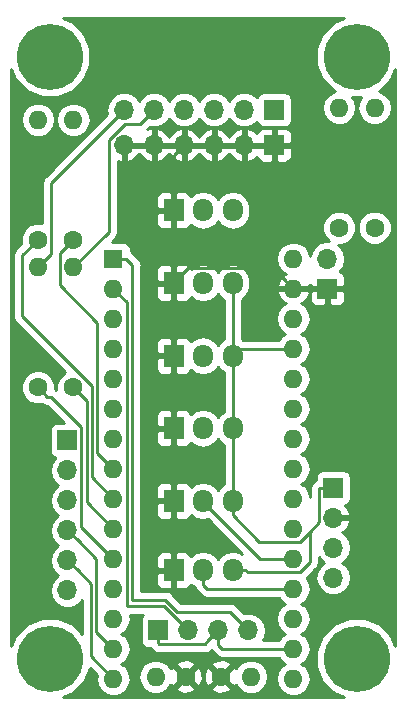
<source format=gbr>
G04 #@! TF.GenerationSoftware,KiCad,Pcbnew,(5.0.0-3-g5ebb6b6)*
G04 #@! TF.CreationDate,2019-03-28T22:34:17+01:00*
G04 #@! TF.ProjectId,tt_nano_HAT_b2,74745F6E616E6F5F4841545F62322E6B,rev?*
G04 #@! TF.SameCoordinates,Original*
G04 #@! TF.FileFunction,Copper,L1,Top,Signal*
G04 #@! TF.FilePolarity,Positive*
%FSLAX46Y46*%
G04 Gerber Fmt 4.6, Leading zero omitted, Abs format (unit mm)*
G04 Created by KiCad (PCBNEW (5.0.0-3-g5ebb6b6)) date Thursday, 28. March 2019 um 22:34:17*
%MOMM*%
%LPD*%
G01*
G04 APERTURE LIST*
G04 #@! TA.AperFunction,ComponentPad*
%ADD10C,5.600000*%
G04 #@! TD*
G04 #@! TA.AperFunction,ComponentPad*
%ADD11O,1.600000X1.600000*%
G04 #@! TD*
G04 #@! TA.AperFunction,ComponentPad*
%ADD12R,1.600000X1.600000*%
G04 #@! TD*
G04 #@! TA.AperFunction,ComponentPad*
%ADD13O,1.700000X1.950000*%
G04 #@! TD*
G04 #@! TA.AperFunction,ComponentPad*
%ADD14R,1.700000X1.950000*%
G04 #@! TD*
G04 #@! TA.AperFunction,ComponentPad*
%ADD15R,1.700000X1.700000*%
G04 #@! TD*
G04 #@! TA.AperFunction,ComponentPad*
%ADD16O,1.700000X1.700000*%
G04 #@! TD*
G04 #@! TA.AperFunction,ComponentPad*
%ADD17C,1.600000*%
G04 #@! TD*
G04 #@! TA.AperFunction,Conductor*
%ADD18C,0.250000*%
G04 #@! TD*
G04 #@! TA.AperFunction,Conductor*
%ADD19C,0.254000*%
G04 #@! TD*
G04 APERTURE END LIST*
D10*
G04 #@! TO.P,,1*
G04 #@! TO.N,N/C*
X137500000Y-87500000D03*
G04 #@! TD*
G04 #@! TO.P,,1*
G04 #@! TO.N,N/C*
X137500000Y-36500000D03*
G04 #@! TD*
G04 #@! TO.P,,1*
G04 #@! TO.N,N/C*
X163500000Y-87500000D03*
G04 #@! TD*
D11*
G04 #@! TO.P,A1,16*
G04 #@! TO.N,Net-(A1-Pad16)*
X158130000Y-89175001D03*
G04 #@! TO.P,A1,15*
G04 #@! TO.N,Net-(A1-Pad15)*
X142890000Y-89175001D03*
G04 #@! TO.P,A1,30*
G04 #@! TO.N,Net-(A1-Pad30)*
X158130000Y-53615001D03*
G04 #@! TO.P,A1,14*
G04 #@! TO.N,Net-(A1-Pad14)*
X142890000Y-86635001D03*
G04 #@! TO.P,A1,29*
G04 #@! TO.N,GND*
X158130000Y-56155001D03*
G04 #@! TO.P,A1,13*
G04 #@! TO.N,Net-(A1-Pad13)*
X142890000Y-84095001D03*
G04 #@! TO.P,A1,28*
G04 #@! TO.N,N/C*
X158130000Y-58695001D03*
G04 #@! TO.P,A1,12*
G04 #@! TO.N,Net-(A1-Pad12)*
X142890000Y-81555001D03*
G04 #@! TO.P,A1,27*
G04 #@! TO.N,Net-(A1-Pad27)*
X158130000Y-61235001D03*
G04 #@! TO.P,A1,11*
G04 #@! TO.N,Net-(A1-Pad11)*
X142890000Y-79015001D03*
G04 #@! TO.P,A1,26*
G04 #@! TO.N,Net-(A1-Pad26)*
X158130000Y-63775001D03*
G04 #@! TO.P,A1,10*
G04 #@! TO.N,Net-(A1-Pad10)*
X142890000Y-76475001D03*
G04 #@! TO.P,A1,25*
G04 #@! TO.N,Net-(A1-Pad25)*
X158130000Y-66315001D03*
G04 #@! TO.P,A1,9*
G04 #@! TO.N,Net-(A1-Pad9)*
X142890000Y-73935001D03*
G04 #@! TO.P,A1,24*
G04 #@! TO.N,Net-(A1-Pad24)*
X158130000Y-68855001D03*
G04 #@! TO.P,A1,8*
G04 #@! TO.N,Net-(A1-Pad8)*
X142890000Y-71395001D03*
G04 #@! TO.P,A1,23*
G04 #@! TO.N,Net-(A1-Pad23)*
X158130000Y-71395001D03*
G04 #@! TO.P,A1,7*
G04 #@! TO.N,Net-(A1-Pad7)*
X142890000Y-68855001D03*
G04 #@! TO.P,A1,22*
G04 #@! TO.N,Net-(A1-Pad22)*
X158130000Y-73935001D03*
G04 #@! TO.P,A1,6*
G04 #@! TO.N,Net-(A1-Pad6)*
X142890000Y-66315001D03*
G04 #@! TO.P,A1,21*
G04 #@! TO.N,Net-(A1-Pad21)*
X158130000Y-76475001D03*
G04 #@! TO.P,A1,5*
G04 #@! TO.N,Net-(A1-Pad5)*
X142890000Y-63775001D03*
G04 #@! TO.P,A1,20*
G04 #@! TO.N,Net-(A1-Pad20)*
X158130000Y-79015001D03*
G04 #@! TO.P,A1,4*
G04 #@! TO.N,N/C*
X142890000Y-61235001D03*
G04 #@! TO.P,A1,19*
G04 #@! TO.N,Net-(A1-Pad19)*
X158130000Y-81555001D03*
G04 #@! TO.P,A1,3*
G04 #@! TO.N,N/C*
X142890000Y-58695001D03*
G04 #@! TO.P,A1,18*
X158130000Y-84095001D03*
G04 #@! TO.P,A1,2*
G04 #@! TO.N,Net-(A1-Pad2)*
X142890000Y-56155001D03*
G04 #@! TO.P,A1,17*
G04 #@! TO.N,Net-(A1-Pad17)*
X158130000Y-86635001D03*
D12*
G04 #@! TO.P,A1,1*
G04 #@! TO.N,Net-(A1-Pad1)*
X142890000Y-53615001D03*
G04 #@! TD*
D13*
G04 #@! TO.P,J7,3*
G04 #@! TO.N,Net-(A1-Pad27)*
X153000000Y-61830000D03*
G04 #@! TO.P,J7,2*
G04 #@! TO.N,Net-(A1-Pad22)*
X150500000Y-61830000D03*
D14*
G04 #@! TO.P,J7,1*
G04 #@! TO.N,GND*
X148000000Y-61830000D03*
G04 #@! TD*
D15*
G04 #@! TO.P,J3,1*
G04 #@! TO.N,Net-(A1-Pad27)*
X161500000Y-73000000D03*
D16*
G04 #@! TO.P,J3,2*
G04 #@! TO.N,GND*
X161500000Y-75540000D03*
G04 #@! TO.P,J3,3*
G04 #@! TO.N,Net-(A1-Pad23)*
X161500000Y-78080000D03*
G04 #@! TO.P,J3,4*
G04 #@! TO.N,Net-(A1-Pad24)*
X161500000Y-80620000D03*
G04 #@! TD*
D14*
G04 #@! TO.P,J4,1*
G04 #@! TO.N,GND*
X148000000Y-80010000D03*
D13*
G04 #@! TO.P,J4,2*
G04 #@! TO.N,Net-(A1-Pad19)*
X150500000Y-80010000D03*
G04 #@! TO.P,J4,3*
G04 #@! TO.N,Net-(A1-Pad27)*
X153000000Y-80010000D03*
G04 #@! TD*
G04 #@! TO.P,J5,3*
G04 #@! TO.N,Net-(A1-Pad27)*
X153000000Y-74130000D03*
G04 #@! TO.P,J5,2*
G04 #@! TO.N,Net-(A1-Pad20)*
X150500000Y-74130000D03*
D14*
G04 #@! TO.P,J5,1*
G04 #@! TO.N,GND*
X148000000Y-74130000D03*
G04 #@! TD*
G04 #@! TO.P,J6,1*
G04 #@! TO.N,GND*
X148000000Y-67980000D03*
D13*
G04 #@! TO.P,J6,2*
G04 #@! TO.N,Net-(A1-Pad21)*
X150500000Y-67980000D03*
G04 #@! TO.P,J6,3*
G04 #@! TO.N,Net-(A1-Pad27)*
X153000000Y-67980000D03*
G04 #@! TD*
D14*
G04 #@! TO.P,J8,1*
G04 #@! TO.N,GND*
X148000000Y-55680000D03*
D13*
G04 #@! TO.P,J8,2*
G04 #@! TO.N,Net-(A1-Pad25)*
X150500000Y-55680000D03*
G04 #@! TO.P,J8,3*
G04 #@! TO.N,Net-(A1-Pad27)*
X153000000Y-55680000D03*
G04 #@! TD*
G04 #@! TO.P,J9,3*
G04 #@! TO.N,Net-(A1-Pad27)*
X153000000Y-49530000D03*
G04 #@! TO.P,J9,2*
G04 #@! TO.N,Net-(A1-Pad26)*
X150500000Y-49530000D03*
D14*
G04 #@! TO.P,J9,1*
G04 #@! TO.N,GND*
X148000000Y-49530000D03*
G04 #@! TD*
D16*
G04 #@! TO.P,J1,4*
G04 #@! TO.N,Net-(A1-Pad1)*
X154320000Y-85090000D03*
G04 #@! TO.P,J1,3*
G04 #@! TO.N,Net-(A1-Pad17)*
X151780000Y-85090000D03*
G04 #@! TO.P,J1,2*
G04 #@! TO.N,Net-(A1-Pad2)*
X149240000Y-85090000D03*
D15*
G04 #@! TO.P,J1,1*
G04 #@! TO.N,Net-(A1-Pad17)*
X146700000Y-85090000D03*
G04 #@! TD*
D11*
G04 #@! TO.P,R1,2*
G04 #@! TO.N,Net-(A1-Pad1)*
X154540000Y-89000000D03*
D17*
G04 #@! TO.P,R1,1*
G04 #@! TO.N,GND*
X152000000Y-89000000D03*
G04 #@! TD*
G04 #@! TO.P,R2,1*
G04 #@! TO.N,Net-(A1-Pad6)*
X165000000Y-51000000D03*
D11*
G04 #@! TO.P,R2,2*
G04 #@! TO.N,Net-(J2-Pad1)*
X165000000Y-40840000D03*
G04 #@! TD*
G04 #@! TO.P,R3,2*
G04 #@! TO.N,Net-(J2-Pad2)*
X162000000Y-40840000D03*
D17*
G04 #@! TO.P,R3,1*
G04 #@! TO.N,Net-(A1-Pad7)*
X162000000Y-51000000D03*
G04 #@! TD*
G04 #@! TO.P,R4,1*
G04 #@! TO.N,Net-(A1-Pad8)*
X139500000Y-52000000D03*
D11*
G04 #@! TO.P,R4,2*
G04 #@! TO.N,Net-(J2-Pad3)*
X139500000Y-41840000D03*
G04 #@! TD*
G04 #@! TO.P,R5,2*
G04 #@! TO.N,Net-(J2-Pad4)*
X136500000Y-41840000D03*
D17*
G04 #@! TO.P,R5,1*
G04 #@! TO.N,Net-(A1-Pad9)*
X136500000Y-52000000D03*
G04 #@! TD*
G04 #@! TO.P,R6,1*
G04 #@! TO.N,Net-(A1-Pad10)*
X139500000Y-64500000D03*
D11*
G04 #@! TO.P,R6,2*
G04 #@! TO.N,Net-(J2-Pad5)*
X139500000Y-54340000D03*
G04 #@! TD*
G04 #@! TO.P,R7,2*
G04 #@! TO.N,Net-(J2-Pad6)*
X136500000Y-54340000D03*
D17*
G04 #@! TO.P,R7,1*
G04 #@! TO.N,Net-(A1-Pad11)*
X136500000Y-64500000D03*
G04 #@! TD*
G04 #@! TO.P,R8,1*
G04 #@! TO.N,GND*
X149000000Y-89000000D03*
D11*
G04 #@! TO.P,R8,2*
G04 #@! TO.N,Net-(A1-Pad2)*
X146460000Y-89000000D03*
G04 #@! TD*
D15*
G04 #@! TO.P,J2,1*
G04 #@! TO.N,Net-(J2-Pad1)*
X156500000Y-41000000D03*
D16*
G04 #@! TO.P,J2,2*
G04 #@! TO.N,Net-(J2-Pad2)*
X153960000Y-41000000D03*
G04 #@! TO.P,J2,3*
G04 #@! TO.N,Net-(J2-Pad3)*
X151420000Y-41000000D03*
G04 #@! TO.P,J2,4*
G04 #@! TO.N,Net-(J2-Pad4)*
X148880000Y-41000000D03*
G04 #@! TO.P,J2,5*
G04 #@! TO.N,Net-(J2-Pad5)*
X146340000Y-41000000D03*
G04 #@! TO.P,J2,6*
G04 #@! TO.N,Net-(J2-Pad6)*
X143800000Y-41000000D03*
G04 #@! TD*
G04 #@! TO.P,J10,6*
G04 #@! TO.N,GND*
X143800000Y-44000000D03*
G04 #@! TO.P,J10,5*
X146340000Y-44000000D03*
G04 #@! TO.P,J10,4*
X148880000Y-44000000D03*
G04 #@! TO.P,J10,3*
X151420000Y-44000000D03*
G04 #@! TO.P,J10,2*
X153960000Y-44000000D03*
D15*
G04 #@! TO.P,J10,1*
X156500000Y-44000000D03*
G04 #@! TD*
G04 #@! TO.P,J11,1*
G04 #@! TO.N,GND*
X161000000Y-56170000D03*
D16*
G04 #@! TO.P,J11,2*
G04 #@! TO.N,Net-(A1-Pad30)*
X161000000Y-53630000D03*
G04 #@! TD*
D15*
G04 #@! TO.P,J12,1*
G04 #@! TO.N,Net-(A1-Pad5)*
X139000000Y-69000000D03*
D16*
G04 #@! TO.P,J12,2*
G04 #@! TO.N,Net-(A1-Pad12)*
X139000000Y-71540000D03*
G04 #@! TO.P,J12,3*
G04 #@! TO.N,Net-(A1-Pad13)*
X139000000Y-74080000D03*
G04 #@! TO.P,J12,4*
G04 #@! TO.N,Net-(A1-Pad14)*
X139000000Y-76620000D03*
G04 #@! TO.P,J12,5*
G04 #@! TO.N,Net-(A1-Pad15)*
X139000000Y-79160000D03*
G04 #@! TO.P,J12,6*
G04 #@! TO.N,Net-(A1-Pad16)*
X139000000Y-81700000D03*
G04 #@! TD*
D10*
G04 #@! TO.P,,1*
G04 #@! TO.N,N/C*
X163500000Y-36500000D03*
G04 #@! TD*
D18*
G04 #@! TO.N,Net-(A1-Pad19)*
X150500000Y-80010000D02*
X150500000Y-80135000D01*
X156998630Y-81555001D02*
X158130000Y-81555001D01*
X150820001Y-81555001D02*
X156998630Y-81555001D01*
X150500000Y-81235000D02*
X150820001Y-81555001D01*
X150500000Y-80010000D02*
X150500000Y-81235000D01*
G04 #@! TO.N,Net-(A1-Pad20)*
X155260001Y-79015001D02*
X156998630Y-79015001D01*
X156998630Y-79015001D02*
X158130000Y-79015001D01*
X150500000Y-74255000D02*
X155260001Y-79015001D01*
X150500000Y-74130000D02*
X150500000Y-74255000D01*
G04 #@! TO.N,Net-(A1-Pad22)*
X150500000Y-61955000D02*
X150500000Y-61830000D01*
G04 #@! TO.N,Net-(A1-Pad25)*
X150500000Y-55805000D02*
X150500000Y-55680000D01*
G04 #@! TO.N,Net-(A1-Pad26)*
X150500000Y-49655000D02*
X150500000Y-49530000D01*
G04 #@! TO.N,Net-(A1-Pad8)*
X141525031Y-70030032D02*
X141525031Y-59025031D01*
X142890000Y-71395001D02*
X141525031Y-70030032D01*
X138700001Y-52799999D02*
X139500000Y-52000000D01*
X138374999Y-53125001D02*
X138700001Y-52799999D01*
X138374999Y-55874999D02*
X138374999Y-53125001D01*
X141525031Y-59025031D02*
X138374999Y-55874999D01*
G04 #@! TO.N,Net-(A1-Pad9)*
X141075021Y-64410019D02*
X135165002Y-58500000D01*
X141075021Y-72120022D02*
X141075021Y-64410019D01*
X142890000Y-73935001D02*
X141075021Y-72120022D01*
X135165002Y-53334998D02*
X136500000Y-52000000D01*
X135165002Y-58500000D02*
X135165002Y-53334998D01*
G04 #@! TO.N,Net-(A1-Pad10)*
X140299999Y-65299999D02*
X139500000Y-64500000D01*
X140625011Y-65625011D02*
X140299999Y-65299999D01*
X140625011Y-74210012D02*
X140625011Y-65625011D01*
X142890000Y-76475001D02*
X140625011Y-74210012D01*
G04 #@! TO.N,Net-(A1-Pad11)*
X137299999Y-65299999D02*
X136500000Y-64500000D01*
X137585001Y-65299999D02*
X137299999Y-65299999D01*
X140175001Y-67889999D02*
X137585001Y-65299999D01*
X140175001Y-76300002D02*
X140175001Y-67889999D01*
X142890000Y-79015001D02*
X140175001Y-76300002D01*
G04 #@! TO.N,Net-(A1-Pad27)*
X160400000Y-73000000D02*
X161500000Y-73000000D01*
X160324999Y-73075001D02*
X160400000Y-73000000D01*
X160324999Y-75945004D02*
X160324999Y-73075001D01*
X155245002Y-77600002D02*
X158670001Y-77600002D01*
X153000000Y-75355000D02*
X155245002Y-77600002D01*
X153000000Y-74130000D02*
X153000000Y-75355000D01*
X158670001Y-80140002D02*
X159500000Y-79310003D01*
X154230002Y-80140002D02*
X158670001Y-80140002D01*
X154100000Y-80010000D02*
X154230002Y-80140002D01*
X153000000Y-80010000D02*
X154100000Y-80010000D01*
X159500000Y-76770003D02*
X160324999Y-75945004D01*
X159500000Y-79310003D02*
X159500000Y-76770003D01*
X158670001Y-77600002D02*
X159500000Y-76770003D01*
X153000000Y-72905000D02*
X153000000Y-61830000D01*
X153000000Y-74130000D02*
X153000000Y-72905000D01*
X153000000Y-55680000D02*
X153000000Y-61830000D01*
X153594999Y-61235001D02*
X153000000Y-61830000D01*
X158130000Y-61235001D02*
X153594999Y-61235001D01*
G04 #@! TO.N,Net-(A1-Pad15)*
X139849999Y-80009999D02*
X139000000Y-79160000D01*
X141000000Y-81160000D02*
X139849999Y-80009999D01*
X141000000Y-87285001D02*
X141000000Y-81160000D01*
X142890000Y-89175001D02*
X141000000Y-87285001D01*
G04 #@! TO.N,Net-(J2-Pad5)*
X145490001Y-41849999D02*
X146340000Y-41000000D01*
X143885997Y-42175001D02*
X145164999Y-42175001D01*
X142500000Y-43560998D02*
X143885997Y-42175001D01*
X145164999Y-42175001D02*
X145490001Y-41849999D01*
X142500000Y-51340000D02*
X142500000Y-43560998D01*
X139500000Y-54340000D02*
X142500000Y-51340000D01*
G04 #@! TO.N,Net-(J2-Pad6)*
X142950001Y-41849999D02*
X143800000Y-41000000D01*
X137625001Y-47174999D02*
X142950001Y-41849999D01*
X137625001Y-53214999D02*
X137625001Y-47174999D01*
X136500000Y-54340000D02*
X137625001Y-53214999D01*
G04 #@! TO.N,Net-(A1-Pad14)*
X139849999Y-77469999D02*
X139000000Y-76620000D01*
X141450010Y-79070010D02*
X139849999Y-77469999D01*
X141450010Y-85195011D02*
X141450010Y-79070010D01*
X142890000Y-86635001D02*
X141450010Y-85195011D01*
G04 #@! TO.N,Net-(A1-Pad2)*
X144015001Y-57280002D02*
X144015001Y-83015001D01*
X142890000Y-56155001D02*
X144015001Y-57280002D01*
X147165001Y-83015001D02*
X149240000Y-85090000D01*
X144015001Y-83015001D02*
X147165001Y-83015001D01*
G04 #@! TO.N,Net-(A1-Pad17)*
X156998630Y-86635001D02*
X158130000Y-86635001D01*
X152122920Y-86635001D02*
X156998630Y-86635001D01*
X151780000Y-86292081D02*
X152122920Y-86635001D01*
X151780000Y-85090000D02*
X151780000Y-86292081D01*
X150930001Y-85939999D02*
X151780000Y-85090000D01*
X146775001Y-86265001D02*
X150604999Y-86265001D01*
X150604999Y-86265001D02*
X150930001Y-85939999D01*
X146700000Y-86190000D02*
X146775001Y-86265001D01*
X146700000Y-85090000D02*
X146700000Y-86190000D01*
G04 #@! TO.N,Net-(A1-Pad1)*
X152730000Y-83500000D02*
X154320000Y-85090000D01*
X148286410Y-83500000D02*
X152730000Y-83500000D01*
X144500000Y-54175001D02*
X144500000Y-82500000D01*
X147286410Y-82500000D02*
X148286410Y-83500000D01*
X144500000Y-82500000D02*
X147286410Y-82500000D01*
X143940000Y-53615001D02*
X144500000Y-54175001D01*
X142890000Y-53615001D02*
X143940000Y-53615001D01*
G04 #@! TO.N,GND*
X148000000Y-44880000D02*
X148000000Y-49530000D01*
X148880000Y-44000000D02*
X148000000Y-44880000D01*
X148000000Y-49530000D02*
X148000000Y-80010000D01*
X156354989Y-54379990D02*
X157330001Y-55355002D01*
X149175010Y-54379990D02*
X156354989Y-54379990D01*
X157330001Y-55355002D02*
X158130000Y-56155001D01*
X148000000Y-55555000D02*
X149175010Y-54379990D01*
X148000000Y-55680000D02*
X148000000Y-55555000D01*
G04 #@! TD*
D19*
G04 #@! TO.N,GND*
G36*
X161554229Y-33587947D02*
X160587947Y-34554229D01*
X160065000Y-35816736D01*
X160065000Y-37183264D01*
X160587947Y-38445771D01*
X161554229Y-39412053D01*
X161641493Y-39448199D01*
X161440091Y-39488260D01*
X160965423Y-39805423D01*
X160648260Y-40280091D01*
X160536887Y-40840000D01*
X160648260Y-41399909D01*
X160965423Y-41874577D01*
X161440091Y-42191740D01*
X161858667Y-42275000D01*
X162141333Y-42275000D01*
X162559909Y-42191740D01*
X163034577Y-41874577D01*
X163351740Y-41399909D01*
X163463113Y-40840000D01*
X163351740Y-40280091D01*
X163121158Y-39935000D01*
X163878842Y-39935000D01*
X163648260Y-40280091D01*
X163536887Y-40840000D01*
X163648260Y-41399909D01*
X163965423Y-41874577D01*
X164440091Y-42191740D01*
X164858667Y-42275000D01*
X165141333Y-42275000D01*
X165559909Y-42191740D01*
X166034577Y-41874577D01*
X166351740Y-41399909D01*
X166463113Y-40840000D01*
X166351740Y-40280091D01*
X166034577Y-39805423D01*
X165559909Y-39488260D01*
X165358507Y-39448199D01*
X165445771Y-39412053D01*
X166412053Y-38445771D01*
X166765000Y-37593681D01*
X166765001Y-86406322D01*
X166412053Y-85554229D01*
X165445771Y-84587947D01*
X164183264Y-84065000D01*
X162816736Y-84065000D01*
X161554229Y-84587947D01*
X160587947Y-85554229D01*
X160065000Y-86816736D01*
X160065000Y-88183264D01*
X160587947Y-89445771D01*
X161554229Y-90412053D01*
X162406319Y-90765000D01*
X138593681Y-90765000D01*
X139445771Y-90412053D01*
X140412053Y-89445771D01*
X140902331Y-88262133D01*
X141491312Y-88851115D01*
X141426887Y-89175001D01*
X141538260Y-89734910D01*
X141855423Y-90209578D01*
X142330091Y-90526741D01*
X142748667Y-90610001D01*
X143031333Y-90610001D01*
X143449909Y-90526741D01*
X143924577Y-90209578D01*
X144241740Y-89734910D01*
X144353113Y-89175001D01*
X144318304Y-89000000D01*
X144996887Y-89000000D01*
X145108260Y-89559909D01*
X145425423Y-90034577D01*
X145900091Y-90351740D01*
X146318667Y-90435000D01*
X146601333Y-90435000D01*
X147019909Y-90351740D01*
X147494577Y-90034577D01*
X147512505Y-90007745D01*
X148171861Y-90007745D01*
X148245995Y-90253864D01*
X148783223Y-90446965D01*
X149353454Y-90419778D01*
X149754005Y-90253864D01*
X149828139Y-90007745D01*
X151171861Y-90007745D01*
X151245995Y-90253864D01*
X151783223Y-90446965D01*
X152353454Y-90419778D01*
X152754005Y-90253864D01*
X152828139Y-90007745D01*
X152000000Y-89179605D01*
X151171861Y-90007745D01*
X149828139Y-90007745D01*
X149000000Y-89179605D01*
X148171861Y-90007745D01*
X147512505Y-90007745D01*
X147721611Y-89694797D01*
X147746136Y-89754005D01*
X147992255Y-89828139D01*
X148820395Y-89000000D01*
X149179605Y-89000000D01*
X150007745Y-89828139D01*
X150253864Y-89754005D01*
X150446965Y-89216777D01*
X150426295Y-88783223D01*
X150553035Y-88783223D01*
X150580222Y-89353454D01*
X150746136Y-89754005D01*
X150992255Y-89828139D01*
X151820395Y-89000000D01*
X152179605Y-89000000D01*
X153007745Y-89828139D01*
X153253864Y-89754005D01*
X153276280Y-89691641D01*
X153505423Y-90034577D01*
X153980091Y-90351740D01*
X154398667Y-90435000D01*
X154681333Y-90435000D01*
X155099909Y-90351740D01*
X155574577Y-90034577D01*
X155891740Y-89559909D01*
X156003113Y-89000000D01*
X155891740Y-88440091D01*
X155574577Y-87965423D01*
X155099909Y-87648260D01*
X154681333Y-87565000D01*
X154398667Y-87565000D01*
X153980091Y-87648260D01*
X153505423Y-87965423D01*
X153278389Y-88305203D01*
X153253864Y-88245995D01*
X153007745Y-88171861D01*
X152179605Y-89000000D01*
X151820395Y-89000000D01*
X150992255Y-88171861D01*
X150746136Y-88245995D01*
X150553035Y-88783223D01*
X150426295Y-88783223D01*
X150419778Y-88646546D01*
X150253864Y-88245995D01*
X150007745Y-88171861D01*
X149179605Y-89000000D01*
X148820395Y-89000000D01*
X147992255Y-88171861D01*
X147746136Y-88245995D01*
X147723720Y-88308359D01*
X147512506Y-87992255D01*
X148171861Y-87992255D01*
X149000000Y-88820395D01*
X149828139Y-87992255D01*
X151171861Y-87992255D01*
X152000000Y-88820395D01*
X152828139Y-87992255D01*
X152754005Y-87746136D01*
X152216777Y-87553035D01*
X151646546Y-87580222D01*
X151245995Y-87746136D01*
X151171861Y-87992255D01*
X149828139Y-87992255D01*
X149754005Y-87746136D01*
X149216777Y-87553035D01*
X148646546Y-87580222D01*
X148245995Y-87746136D01*
X148171861Y-87992255D01*
X147512506Y-87992255D01*
X147494577Y-87965423D01*
X147019909Y-87648260D01*
X146601333Y-87565000D01*
X146318667Y-87565000D01*
X145900091Y-87648260D01*
X145425423Y-87965423D01*
X145108260Y-88440091D01*
X144996887Y-89000000D01*
X144318304Y-89000000D01*
X144241740Y-88615092D01*
X143924577Y-88140424D01*
X143572242Y-87905001D01*
X143924577Y-87669578D01*
X144241740Y-87194910D01*
X144353113Y-86635001D01*
X144241740Y-86075092D01*
X143924577Y-85600424D01*
X143572242Y-85365001D01*
X143924577Y-85129578D01*
X144241740Y-84654910D01*
X144353113Y-84095001D01*
X144289461Y-83775001D01*
X145402952Y-83775001D01*
X145392191Y-83782191D01*
X145251843Y-83992235D01*
X145202560Y-84240000D01*
X145202560Y-85940000D01*
X145251843Y-86187765D01*
X145392191Y-86397809D01*
X145602235Y-86538157D01*
X145850000Y-86587440D01*
X146051518Y-86587440D01*
X146083298Y-86635001D01*
X146152072Y-86737929D01*
X146197030Y-86767969D01*
X146227072Y-86812930D01*
X146478464Y-86980905D01*
X146700149Y-87025001D01*
X146700153Y-87025001D01*
X146775000Y-87039889D01*
X146849847Y-87025001D01*
X150530152Y-87025001D01*
X150604999Y-87039889D01*
X150679846Y-87025001D01*
X150679851Y-87025001D01*
X150901536Y-86980905D01*
X151152928Y-86812930D01*
X151183453Y-86767246D01*
X151232072Y-86840010D01*
X151295528Y-86882410D01*
X151532589Y-87119471D01*
X151574991Y-87182930D01*
X151826383Y-87350905D01*
X152048068Y-87395001D01*
X152048072Y-87395001D01*
X152122919Y-87409889D01*
X152197766Y-87395001D01*
X156911957Y-87395001D01*
X157095423Y-87669578D01*
X157447758Y-87905001D01*
X157095423Y-88140424D01*
X156778260Y-88615092D01*
X156666887Y-89175001D01*
X156778260Y-89734910D01*
X157095423Y-90209578D01*
X157570091Y-90526741D01*
X157988667Y-90610001D01*
X158271333Y-90610001D01*
X158689909Y-90526741D01*
X159164577Y-90209578D01*
X159481740Y-89734910D01*
X159593113Y-89175001D01*
X159481740Y-88615092D01*
X159164577Y-88140424D01*
X158812242Y-87905001D01*
X159164577Y-87669578D01*
X159481740Y-87194910D01*
X159593113Y-86635001D01*
X159481740Y-86075092D01*
X159164577Y-85600424D01*
X158812242Y-85365001D01*
X159164577Y-85129578D01*
X159481740Y-84654910D01*
X159593113Y-84095001D01*
X159481740Y-83535092D01*
X159164577Y-83060424D01*
X158812242Y-82825001D01*
X159164577Y-82589578D01*
X159481740Y-82114910D01*
X159593113Y-81555001D01*
X159481740Y-80995092D01*
X159247216Y-80644102D01*
X159260332Y-80624472D01*
X159984473Y-79900332D01*
X160047929Y-79857932D01*
X160127118Y-79739418D01*
X160215904Y-79606541D01*
X160241305Y-79478839D01*
X160260000Y-79384855D01*
X160260000Y-79384851D01*
X160274888Y-79310003D01*
X160260000Y-79235155D01*
X160260000Y-78897137D01*
X160429375Y-79150625D01*
X160727761Y-79350000D01*
X160429375Y-79549375D01*
X160101161Y-80040582D01*
X159985908Y-80620000D01*
X160101161Y-81199418D01*
X160429375Y-81690625D01*
X160920582Y-82018839D01*
X161353744Y-82105000D01*
X161646256Y-82105000D01*
X162079418Y-82018839D01*
X162570625Y-81690625D01*
X162898839Y-81199418D01*
X163014092Y-80620000D01*
X162898839Y-80040582D01*
X162570625Y-79549375D01*
X162272239Y-79350000D01*
X162570625Y-79150625D01*
X162898839Y-78659418D01*
X163014092Y-78080000D01*
X162898839Y-77500582D01*
X162570625Y-77009375D01*
X162251522Y-76796157D01*
X162381358Y-76735183D01*
X162771645Y-76306924D01*
X162941476Y-75896890D01*
X162820155Y-75667000D01*
X161627000Y-75667000D01*
X161627000Y-75687000D01*
X161373000Y-75687000D01*
X161373000Y-75667000D01*
X161353000Y-75667000D01*
X161353000Y-75413000D01*
X161373000Y-75413000D01*
X161373000Y-75393000D01*
X161627000Y-75393000D01*
X161627000Y-75413000D01*
X162820155Y-75413000D01*
X162941476Y-75183110D01*
X162771645Y-74773076D01*
X162494292Y-74468739D01*
X162597765Y-74448157D01*
X162807809Y-74307809D01*
X162948157Y-74097765D01*
X162997440Y-73850000D01*
X162997440Y-72150000D01*
X162948157Y-71902235D01*
X162807809Y-71692191D01*
X162597765Y-71551843D01*
X162350000Y-71502560D01*
X160650000Y-71502560D01*
X160402235Y-71551843D01*
X160192191Y-71692191D01*
X160051843Y-71902235D01*
X160002560Y-72150000D01*
X160002560Y-72351517D01*
X159852071Y-72452071D01*
X159822029Y-72497032D01*
X159777071Y-72527072D01*
X159734671Y-72590528D01*
X159734670Y-72590529D01*
X159609096Y-72778464D01*
X159550111Y-73075001D01*
X159565000Y-73149853D01*
X159565000Y-73793666D01*
X159481740Y-73375092D01*
X159164577Y-72900424D01*
X158812242Y-72665001D01*
X159164577Y-72429578D01*
X159481740Y-71954910D01*
X159593113Y-71395001D01*
X159481740Y-70835092D01*
X159164577Y-70360424D01*
X158812242Y-70125001D01*
X159164577Y-69889578D01*
X159481740Y-69414910D01*
X159593113Y-68855001D01*
X159481740Y-68295092D01*
X159164577Y-67820424D01*
X158812242Y-67585001D01*
X159164577Y-67349578D01*
X159481740Y-66874910D01*
X159593113Y-66315001D01*
X159481740Y-65755092D01*
X159164577Y-65280424D01*
X158812242Y-65045001D01*
X159164577Y-64809578D01*
X159481740Y-64334910D01*
X159593113Y-63775001D01*
X159481740Y-63215092D01*
X159164577Y-62740424D01*
X158812242Y-62505001D01*
X159164577Y-62269578D01*
X159481740Y-61794910D01*
X159593113Y-61235001D01*
X159481740Y-60675092D01*
X159164577Y-60200424D01*
X158812242Y-59965001D01*
X159164577Y-59729578D01*
X159481740Y-59254910D01*
X159593113Y-58695001D01*
X159481740Y-58135092D01*
X159164577Y-57660424D01*
X158780892Y-57404054D01*
X158985134Y-57307390D01*
X159361041Y-56892424D01*
X159515000Y-56520709D01*
X159515000Y-57146310D01*
X159611673Y-57379699D01*
X159790302Y-57558327D01*
X160023691Y-57655000D01*
X160714250Y-57655000D01*
X160873000Y-57496250D01*
X160873000Y-56297000D01*
X161127000Y-56297000D01*
X161127000Y-57496250D01*
X161285750Y-57655000D01*
X161976309Y-57655000D01*
X162209698Y-57558327D01*
X162388327Y-57379699D01*
X162485000Y-57146310D01*
X162485000Y-56455750D01*
X162326250Y-56297000D01*
X161127000Y-56297000D01*
X160873000Y-56297000D01*
X159673750Y-56297000D01*
X159515000Y-56455750D01*
X159515000Y-56491474D01*
X159399915Y-56282001D01*
X158257000Y-56282001D01*
X158257000Y-56302001D01*
X158003000Y-56302001D01*
X158003000Y-56282001D01*
X156860085Y-56282001D01*
X156738096Y-56504040D01*
X156898959Y-56892424D01*
X157274866Y-57307390D01*
X157479108Y-57404054D01*
X157095423Y-57660424D01*
X156778260Y-58135092D01*
X156666887Y-58695001D01*
X156778260Y-59254910D01*
X157095423Y-59729578D01*
X157447758Y-59965001D01*
X157095423Y-60200424D01*
X156911957Y-60475001D01*
X153832104Y-60475001D01*
X153760000Y-60426822D01*
X153760000Y-57083178D01*
X154070625Y-56875625D01*
X154398839Y-56384417D01*
X154485000Y-55951255D01*
X154485000Y-55408744D01*
X154398839Y-54975582D01*
X154070625Y-54484375D01*
X153579417Y-54156161D01*
X153000000Y-54040908D01*
X152420582Y-54156161D01*
X151929375Y-54484375D01*
X151750000Y-54752829D01*
X151570625Y-54484375D01*
X151079417Y-54156161D01*
X150500000Y-54040908D01*
X149920582Y-54156161D01*
X149442344Y-54475709D01*
X149388327Y-54345301D01*
X149209698Y-54166673D01*
X148976309Y-54070000D01*
X148285750Y-54070000D01*
X148127000Y-54228750D01*
X148127000Y-55553000D01*
X148147000Y-55553000D01*
X148147000Y-55807000D01*
X148127000Y-55807000D01*
X148127000Y-57131250D01*
X148285750Y-57290000D01*
X148976309Y-57290000D01*
X149209698Y-57193327D01*
X149388327Y-57014699D01*
X149442344Y-56884291D01*
X149920583Y-57203839D01*
X150500000Y-57319092D01*
X151079418Y-57203839D01*
X151570625Y-56875625D01*
X151750000Y-56607171D01*
X151929375Y-56875625D01*
X152240000Y-57083178D01*
X152240001Y-60426822D01*
X151929375Y-60634375D01*
X151750000Y-60902829D01*
X151570625Y-60634375D01*
X151079417Y-60306161D01*
X150500000Y-60190908D01*
X149920582Y-60306161D01*
X149442344Y-60625709D01*
X149388327Y-60495301D01*
X149209698Y-60316673D01*
X148976309Y-60220000D01*
X148285750Y-60220000D01*
X148127000Y-60378750D01*
X148127000Y-61703000D01*
X148147000Y-61703000D01*
X148147000Y-61957000D01*
X148127000Y-61957000D01*
X148127000Y-63281250D01*
X148285750Y-63440000D01*
X148976309Y-63440000D01*
X149209698Y-63343327D01*
X149388327Y-63164699D01*
X149442344Y-63034291D01*
X149920583Y-63353839D01*
X150500000Y-63469092D01*
X151079418Y-63353839D01*
X151570625Y-63025625D01*
X151750000Y-62757171D01*
X151929375Y-63025625D01*
X152240001Y-63233178D01*
X152240001Y-66576822D01*
X151929375Y-66784375D01*
X151750000Y-67052829D01*
X151570625Y-66784375D01*
X151079417Y-66456161D01*
X150500000Y-66340908D01*
X149920582Y-66456161D01*
X149442344Y-66775709D01*
X149388327Y-66645301D01*
X149209698Y-66466673D01*
X148976309Y-66370000D01*
X148285750Y-66370000D01*
X148127000Y-66528750D01*
X148127000Y-67853000D01*
X148147000Y-67853000D01*
X148147000Y-68107000D01*
X148127000Y-68107000D01*
X148127000Y-69431250D01*
X148285750Y-69590000D01*
X148976309Y-69590000D01*
X149209698Y-69493327D01*
X149388327Y-69314699D01*
X149442344Y-69184291D01*
X149920583Y-69503839D01*
X150500000Y-69619092D01*
X151079418Y-69503839D01*
X151570625Y-69175625D01*
X151750000Y-68907171D01*
X151929375Y-69175625D01*
X152240000Y-69383178D01*
X152240000Y-72726822D01*
X151929375Y-72934375D01*
X151750000Y-73202829D01*
X151570625Y-72934375D01*
X151079417Y-72606161D01*
X150500000Y-72490908D01*
X149920582Y-72606161D01*
X149442344Y-72925709D01*
X149388327Y-72795301D01*
X149209698Y-72616673D01*
X148976309Y-72520000D01*
X148285750Y-72520000D01*
X148127000Y-72678750D01*
X148127000Y-74003000D01*
X148147000Y-74003000D01*
X148147000Y-74257000D01*
X148127000Y-74257000D01*
X148127000Y-75581250D01*
X148285750Y-75740000D01*
X148976309Y-75740000D01*
X149209698Y-75643327D01*
X149388327Y-75464699D01*
X149442344Y-75334291D01*
X149920583Y-75653839D01*
X150500000Y-75769092D01*
X150866408Y-75696209D01*
X153811294Y-78641096D01*
X153579417Y-78486161D01*
X153000000Y-78370908D01*
X152420582Y-78486161D01*
X151929375Y-78814375D01*
X151750000Y-79082829D01*
X151570625Y-78814375D01*
X151079417Y-78486161D01*
X150500000Y-78370908D01*
X149920582Y-78486161D01*
X149442344Y-78805709D01*
X149388327Y-78675301D01*
X149209698Y-78496673D01*
X148976309Y-78400000D01*
X148285750Y-78400000D01*
X148127000Y-78558750D01*
X148127000Y-79883000D01*
X148147000Y-79883000D01*
X148147000Y-80137000D01*
X148127000Y-80137000D01*
X148127000Y-81461250D01*
X148285750Y-81620000D01*
X148976309Y-81620000D01*
X149209698Y-81523327D01*
X149388327Y-81344699D01*
X149442344Y-81214291D01*
X149763704Y-81429016D01*
X149784097Y-81531537D01*
X149901959Y-81707929D01*
X149952072Y-81782929D01*
X150015528Y-81825329D01*
X150229670Y-82039471D01*
X150272072Y-82102930D01*
X150422530Y-82203463D01*
X150523463Y-82270905D01*
X150566262Y-82279418D01*
X150745149Y-82315001D01*
X150745153Y-82315001D01*
X150820001Y-82329889D01*
X150894849Y-82315001D01*
X156911957Y-82315001D01*
X157095423Y-82589578D01*
X157447758Y-82825001D01*
X157095423Y-83060424D01*
X156778260Y-83535092D01*
X156666887Y-84095001D01*
X156778260Y-84654910D01*
X157095423Y-85129578D01*
X157447758Y-85365001D01*
X157095423Y-85600424D01*
X156911957Y-85875001D01*
X155581473Y-85875001D01*
X155718839Y-85669418D01*
X155834092Y-85090000D01*
X155718839Y-84510582D01*
X155390625Y-84019375D01*
X154899418Y-83691161D01*
X154466256Y-83605000D01*
X154173744Y-83605000D01*
X153953592Y-83648791D01*
X153320331Y-83015530D01*
X153277929Y-82952071D01*
X153026537Y-82784096D01*
X152804852Y-82740000D01*
X152804847Y-82740000D01*
X152730000Y-82725112D01*
X152655153Y-82740000D01*
X148601212Y-82740000D01*
X147876741Y-82015530D01*
X147834339Y-81952071D01*
X147582947Y-81784096D01*
X147361262Y-81740000D01*
X147361257Y-81740000D01*
X147286410Y-81725112D01*
X147211563Y-81740000D01*
X145260000Y-81740000D01*
X145260000Y-80295750D01*
X146515000Y-80295750D01*
X146515000Y-81111310D01*
X146611673Y-81344699D01*
X146790302Y-81523327D01*
X147023691Y-81620000D01*
X147714250Y-81620000D01*
X147873000Y-81461250D01*
X147873000Y-80137000D01*
X146673750Y-80137000D01*
X146515000Y-80295750D01*
X145260000Y-80295750D01*
X145260000Y-78908690D01*
X146515000Y-78908690D01*
X146515000Y-79724250D01*
X146673750Y-79883000D01*
X147873000Y-79883000D01*
X147873000Y-78558750D01*
X147714250Y-78400000D01*
X147023691Y-78400000D01*
X146790302Y-78496673D01*
X146611673Y-78675301D01*
X146515000Y-78908690D01*
X145260000Y-78908690D01*
X145260000Y-74415750D01*
X146515000Y-74415750D01*
X146515000Y-75231310D01*
X146611673Y-75464699D01*
X146790302Y-75643327D01*
X147023691Y-75740000D01*
X147714250Y-75740000D01*
X147873000Y-75581250D01*
X147873000Y-74257000D01*
X146673750Y-74257000D01*
X146515000Y-74415750D01*
X145260000Y-74415750D01*
X145260000Y-73028690D01*
X146515000Y-73028690D01*
X146515000Y-73844250D01*
X146673750Y-74003000D01*
X147873000Y-74003000D01*
X147873000Y-72678750D01*
X147714250Y-72520000D01*
X147023691Y-72520000D01*
X146790302Y-72616673D01*
X146611673Y-72795301D01*
X146515000Y-73028690D01*
X145260000Y-73028690D01*
X145260000Y-68265750D01*
X146515000Y-68265750D01*
X146515000Y-69081310D01*
X146611673Y-69314699D01*
X146790302Y-69493327D01*
X147023691Y-69590000D01*
X147714250Y-69590000D01*
X147873000Y-69431250D01*
X147873000Y-68107000D01*
X146673750Y-68107000D01*
X146515000Y-68265750D01*
X145260000Y-68265750D01*
X145260000Y-66878690D01*
X146515000Y-66878690D01*
X146515000Y-67694250D01*
X146673750Y-67853000D01*
X147873000Y-67853000D01*
X147873000Y-66528750D01*
X147714250Y-66370000D01*
X147023691Y-66370000D01*
X146790302Y-66466673D01*
X146611673Y-66645301D01*
X146515000Y-66878690D01*
X145260000Y-66878690D01*
X145260000Y-62115750D01*
X146515000Y-62115750D01*
X146515000Y-62931310D01*
X146611673Y-63164699D01*
X146790302Y-63343327D01*
X147023691Y-63440000D01*
X147714250Y-63440000D01*
X147873000Y-63281250D01*
X147873000Y-61957000D01*
X146673750Y-61957000D01*
X146515000Y-62115750D01*
X145260000Y-62115750D01*
X145260000Y-60728690D01*
X146515000Y-60728690D01*
X146515000Y-61544250D01*
X146673750Y-61703000D01*
X147873000Y-61703000D01*
X147873000Y-60378750D01*
X147714250Y-60220000D01*
X147023691Y-60220000D01*
X146790302Y-60316673D01*
X146611673Y-60495301D01*
X146515000Y-60728690D01*
X145260000Y-60728690D01*
X145260000Y-55965750D01*
X146515000Y-55965750D01*
X146515000Y-56781310D01*
X146611673Y-57014699D01*
X146790302Y-57193327D01*
X147023691Y-57290000D01*
X147714250Y-57290000D01*
X147873000Y-57131250D01*
X147873000Y-55807000D01*
X146673750Y-55807000D01*
X146515000Y-55965750D01*
X145260000Y-55965750D01*
X145260000Y-54578690D01*
X146515000Y-54578690D01*
X146515000Y-55394250D01*
X146673750Y-55553000D01*
X147873000Y-55553000D01*
X147873000Y-54228750D01*
X147714250Y-54070000D01*
X147023691Y-54070000D01*
X146790302Y-54166673D01*
X146611673Y-54345301D01*
X146515000Y-54578690D01*
X145260000Y-54578690D01*
X145260000Y-54249849D01*
X145274888Y-54175001D01*
X145260000Y-54100153D01*
X145260000Y-54100149D01*
X145215904Y-53878464D01*
X145047929Y-53627072D01*
X145029864Y-53615001D01*
X156666887Y-53615001D01*
X156778260Y-54174910D01*
X157095423Y-54649578D01*
X157479108Y-54905948D01*
X157274866Y-55002612D01*
X156898959Y-55417578D01*
X156738096Y-55805962D01*
X156860085Y-56028001D01*
X158003000Y-56028001D01*
X158003000Y-56008001D01*
X158257000Y-56008001D01*
X158257000Y-56028001D01*
X159399915Y-56028001D01*
X159515000Y-55818528D01*
X159515000Y-55884250D01*
X159673750Y-56043000D01*
X160873000Y-56043000D01*
X160873000Y-56023000D01*
X161127000Y-56023000D01*
X161127000Y-56043000D01*
X162326250Y-56043000D01*
X162485000Y-55884250D01*
X162485000Y-55193690D01*
X162388327Y-54960301D01*
X162209698Y-54781673D01*
X162048967Y-54715096D01*
X162070625Y-54700625D01*
X162398839Y-54209418D01*
X162514092Y-53630000D01*
X162398839Y-53050582D01*
X162070625Y-52559375D01*
X161884485Y-52435000D01*
X162285439Y-52435000D01*
X162812862Y-52216534D01*
X163216534Y-51812862D01*
X163435000Y-51285439D01*
X163435000Y-50714561D01*
X163565000Y-50714561D01*
X163565000Y-51285439D01*
X163783466Y-51812862D01*
X164187138Y-52216534D01*
X164714561Y-52435000D01*
X165285439Y-52435000D01*
X165812862Y-52216534D01*
X166216534Y-51812862D01*
X166435000Y-51285439D01*
X166435000Y-50714561D01*
X166216534Y-50187138D01*
X165812862Y-49783466D01*
X165285439Y-49565000D01*
X164714561Y-49565000D01*
X164187138Y-49783466D01*
X163783466Y-50187138D01*
X163565000Y-50714561D01*
X163435000Y-50714561D01*
X163216534Y-50187138D01*
X162812862Y-49783466D01*
X162285439Y-49565000D01*
X161714561Y-49565000D01*
X161187138Y-49783466D01*
X160783466Y-50187138D01*
X160565000Y-50714561D01*
X160565000Y-51285439D01*
X160783466Y-51812862D01*
X161115604Y-52145000D01*
X160853744Y-52145000D01*
X160420582Y-52231161D01*
X159929375Y-52559375D01*
X159601161Y-53050582D01*
X159541002Y-53353022D01*
X159481740Y-53055092D01*
X159164577Y-52580424D01*
X158689909Y-52263261D01*
X158271333Y-52180001D01*
X157988667Y-52180001D01*
X157570091Y-52263261D01*
X157095423Y-52580424D01*
X156778260Y-53055092D01*
X156666887Y-53615001D01*
X145029864Y-53615001D01*
X144984473Y-53584672D01*
X144530331Y-53130531D01*
X144487929Y-53067072D01*
X144337440Y-52966518D01*
X144337440Y-52815001D01*
X144288157Y-52567236D01*
X144147809Y-52357192D01*
X143937765Y-52216844D01*
X143690000Y-52167561D01*
X142747241Y-52167561D01*
X142984473Y-51930329D01*
X143047929Y-51887929D01*
X143171185Y-51703464D01*
X143215904Y-51636538D01*
X143252596Y-51452072D01*
X143260000Y-51414852D01*
X143260000Y-51414848D01*
X143274888Y-51340000D01*
X143260000Y-51265152D01*
X143260000Y-49815750D01*
X146515000Y-49815750D01*
X146515000Y-50631310D01*
X146611673Y-50864699D01*
X146790302Y-51043327D01*
X147023691Y-51140000D01*
X147714250Y-51140000D01*
X147873000Y-50981250D01*
X147873000Y-49657000D01*
X146673750Y-49657000D01*
X146515000Y-49815750D01*
X143260000Y-49815750D01*
X143260000Y-48428690D01*
X146515000Y-48428690D01*
X146515000Y-49244250D01*
X146673750Y-49403000D01*
X147873000Y-49403000D01*
X147873000Y-48078750D01*
X148127000Y-48078750D01*
X148127000Y-49403000D01*
X148147000Y-49403000D01*
X148147000Y-49657000D01*
X148127000Y-49657000D01*
X148127000Y-50981250D01*
X148285750Y-51140000D01*
X148976309Y-51140000D01*
X149209698Y-51043327D01*
X149388327Y-50864699D01*
X149442344Y-50734291D01*
X149920583Y-51053839D01*
X150500000Y-51169092D01*
X151079418Y-51053839D01*
X151570625Y-50725625D01*
X151750000Y-50457171D01*
X151929375Y-50725625D01*
X152420583Y-51053839D01*
X153000000Y-51169092D01*
X153579418Y-51053839D01*
X154070625Y-50725625D01*
X154398839Y-50234417D01*
X154485000Y-49801255D01*
X154485000Y-49258744D01*
X154398839Y-48825582D01*
X154070625Y-48334375D01*
X153579417Y-48006161D01*
X153000000Y-47890908D01*
X152420582Y-48006161D01*
X151929375Y-48334375D01*
X151750000Y-48602829D01*
X151570625Y-48334375D01*
X151079417Y-48006161D01*
X150500000Y-47890908D01*
X149920582Y-48006161D01*
X149442344Y-48325709D01*
X149388327Y-48195301D01*
X149209698Y-48016673D01*
X148976309Y-47920000D01*
X148285750Y-47920000D01*
X148127000Y-48078750D01*
X147873000Y-48078750D01*
X147714250Y-47920000D01*
X147023691Y-47920000D01*
X146790302Y-48016673D01*
X146611673Y-48195301D01*
X146515000Y-48428690D01*
X143260000Y-48428690D01*
X143260000Y-45365634D01*
X143443110Y-45441476D01*
X143673000Y-45320155D01*
X143673000Y-44127000D01*
X143927000Y-44127000D01*
X143927000Y-45320155D01*
X144156890Y-45441476D01*
X144566924Y-45271645D01*
X144995183Y-44881358D01*
X145070000Y-44722046D01*
X145144817Y-44881358D01*
X145573076Y-45271645D01*
X145983110Y-45441476D01*
X146213000Y-45320155D01*
X146213000Y-44127000D01*
X146467000Y-44127000D01*
X146467000Y-45320155D01*
X146696890Y-45441476D01*
X147106924Y-45271645D01*
X147535183Y-44881358D01*
X147610000Y-44722046D01*
X147684817Y-44881358D01*
X148113076Y-45271645D01*
X148523110Y-45441476D01*
X148753000Y-45320155D01*
X148753000Y-44127000D01*
X149007000Y-44127000D01*
X149007000Y-45320155D01*
X149236890Y-45441476D01*
X149646924Y-45271645D01*
X150075183Y-44881358D01*
X150150000Y-44722046D01*
X150224817Y-44881358D01*
X150653076Y-45271645D01*
X151063110Y-45441476D01*
X151293000Y-45320155D01*
X151293000Y-44127000D01*
X151547000Y-44127000D01*
X151547000Y-45320155D01*
X151776890Y-45441476D01*
X152186924Y-45271645D01*
X152615183Y-44881358D01*
X152690000Y-44722046D01*
X152764817Y-44881358D01*
X153193076Y-45271645D01*
X153603110Y-45441476D01*
X153833000Y-45320155D01*
X153833000Y-44127000D01*
X154087000Y-44127000D01*
X154087000Y-45320155D01*
X154316890Y-45441476D01*
X154726924Y-45271645D01*
X155024864Y-45000122D01*
X155111673Y-45209698D01*
X155290301Y-45388327D01*
X155523690Y-45485000D01*
X156214250Y-45485000D01*
X156373000Y-45326250D01*
X156373000Y-44127000D01*
X156627000Y-44127000D01*
X156627000Y-45326250D01*
X156785750Y-45485000D01*
X157476310Y-45485000D01*
X157709699Y-45388327D01*
X157888327Y-45209698D01*
X157985000Y-44976309D01*
X157985000Y-44285750D01*
X157826250Y-44127000D01*
X156627000Y-44127000D01*
X156373000Y-44127000D01*
X154087000Y-44127000D01*
X153833000Y-44127000D01*
X151547000Y-44127000D01*
X151293000Y-44127000D01*
X149007000Y-44127000D01*
X148753000Y-44127000D01*
X146467000Y-44127000D01*
X146213000Y-44127000D01*
X143927000Y-44127000D01*
X143673000Y-44127000D01*
X143653000Y-44127000D01*
X143653000Y-43873000D01*
X143673000Y-43873000D01*
X143673000Y-43853000D01*
X143927000Y-43853000D01*
X143927000Y-43873000D01*
X146213000Y-43873000D01*
X146213000Y-42679845D01*
X146467000Y-42679845D01*
X146467000Y-43873000D01*
X148753000Y-43873000D01*
X148753000Y-42679845D01*
X149007000Y-42679845D01*
X149007000Y-43873000D01*
X151293000Y-43873000D01*
X151293000Y-42679845D01*
X151547000Y-42679845D01*
X151547000Y-43873000D01*
X153833000Y-43873000D01*
X153833000Y-42679845D01*
X154087000Y-42679845D01*
X154087000Y-43873000D01*
X156373000Y-43873000D01*
X156373000Y-42673750D01*
X156627000Y-42673750D01*
X156627000Y-43873000D01*
X157826250Y-43873000D01*
X157985000Y-43714250D01*
X157985000Y-43023691D01*
X157888327Y-42790302D01*
X157709699Y-42611673D01*
X157476310Y-42515000D01*
X156785750Y-42515000D01*
X156627000Y-42673750D01*
X156373000Y-42673750D01*
X156214250Y-42515000D01*
X155523690Y-42515000D01*
X155290301Y-42611673D01*
X155111673Y-42790302D01*
X155024864Y-42999878D01*
X154726924Y-42728355D01*
X154316890Y-42558524D01*
X154087000Y-42679845D01*
X153833000Y-42679845D01*
X153603110Y-42558524D01*
X153193076Y-42728355D01*
X152764817Y-43118642D01*
X152690000Y-43277954D01*
X152615183Y-43118642D01*
X152186924Y-42728355D01*
X151776890Y-42558524D01*
X151547000Y-42679845D01*
X151293000Y-42679845D01*
X151063110Y-42558524D01*
X150653076Y-42728355D01*
X150224817Y-43118642D01*
X150150000Y-43277954D01*
X150075183Y-43118642D01*
X149646924Y-42728355D01*
X149236890Y-42558524D01*
X149007000Y-42679845D01*
X148753000Y-42679845D01*
X148523110Y-42558524D01*
X148113076Y-42728355D01*
X147684817Y-43118642D01*
X147610000Y-43277954D01*
X147535183Y-43118642D01*
X147106924Y-42728355D01*
X146696890Y-42558524D01*
X146467000Y-42679845D01*
X146213000Y-42679845D01*
X145983110Y-42558524D01*
X145766602Y-42648199D01*
X145973592Y-42441209D01*
X146193744Y-42485000D01*
X146486256Y-42485000D01*
X146919418Y-42398839D01*
X147410625Y-42070625D01*
X147610000Y-41772239D01*
X147809375Y-42070625D01*
X148300582Y-42398839D01*
X148733744Y-42485000D01*
X149026256Y-42485000D01*
X149459418Y-42398839D01*
X149950625Y-42070625D01*
X150150000Y-41772239D01*
X150349375Y-42070625D01*
X150840582Y-42398839D01*
X151273744Y-42485000D01*
X151566256Y-42485000D01*
X151999418Y-42398839D01*
X152490625Y-42070625D01*
X152690000Y-41772239D01*
X152889375Y-42070625D01*
X153380582Y-42398839D01*
X153813744Y-42485000D01*
X154106256Y-42485000D01*
X154539418Y-42398839D01*
X155030625Y-42070625D01*
X155042816Y-42052381D01*
X155051843Y-42097765D01*
X155192191Y-42307809D01*
X155402235Y-42448157D01*
X155650000Y-42497440D01*
X157350000Y-42497440D01*
X157597765Y-42448157D01*
X157807809Y-42307809D01*
X157948157Y-42097765D01*
X157997440Y-41850000D01*
X157997440Y-40150000D01*
X157948157Y-39902235D01*
X157807809Y-39692191D01*
X157597765Y-39551843D01*
X157350000Y-39502560D01*
X155650000Y-39502560D01*
X155402235Y-39551843D01*
X155192191Y-39692191D01*
X155051843Y-39902235D01*
X155042816Y-39947619D01*
X155030625Y-39929375D01*
X154539418Y-39601161D01*
X154106256Y-39515000D01*
X153813744Y-39515000D01*
X153380582Y-39601161D01*
X152889375Y-39929375D01*
X152690000Y-40227761D01*
X152490625Y-39929375D01*
X151999418Y-39601161D01*
X151566256Y-39515000D01*
X151273744Y-39515000D01*
X150840582Y-39601161D01*
X150349375Y-39929375D01*
X150150000Y-40227761D01*
X149950625Y-39929375D01*
X149459418Y-39601161D01*
X149026256Y-39515000D01*
X148733744Y-39515000D01*
X148300582Y-39601161D01*
X147809375Y-39929375D01*
X147610000Y-40227761D01*
X147410625Y-39929375D01*
X146919418Y-39601161D01*
X146486256Y-39515000D01*
X146193744Y-39515000D01*
X145760582Y-39601161D01*
X145269375Y-39929375D01*
X145070000Y-40227761D01*
X144870625Y-39929375D01*
X144379418Y-39601161D01*
X143946256Y-39515000D01*
X143653744Y-39515000D01*
X143220582Y-39601161D01*
X142729375Y-39929375D01*
X142401161Y-40420582D01*
X142285908Y-41000000D01*
X142358791Y-41366407D01*
X137140529Y-46584670D01*
X137077073Y-46627070D01*
X137034673Y-46690526D01*
X137034672Y-46690527D01*
X136909098Y-46878462D01*
X136850113Y-47174999D01*
X136865002Y-47249851D01*
X136865001Y-50597956D01*
X136785439Y-50565000D01*
X136214561Y-50565000D01*
X135687138Y-50783466D01*
X135283466Y-51187138D01*
X135065000Y-51714561D01*
X135065000Y-52285439D01*
X135086897Y-52338302D01*
X134680530Y-52744669D01*
X134617074Y-52787069D01*
X134574674Y-52850525D01*
X134574673Y-52850526D01*
X134449099Y-53038461D01*
X134390114Y-53334998D01*
X134405003Y-53409850D01*
X134405002Y-58425153D01*
X134390114Y-58500000D01*
X134405002Y-58574847D01*
X134405002Y-58574851D01*
X134449098Y-58796536D01*
X134617073Y-59047929D01*
X134680532Y-59090331D01*
X138819033Y-63228833D01*
X138687138Y-63283466D01*
X138283466Y-63687138D01*
X138065000Y-64214561D01*
X138065000Y-64706681D01*
X137935000Y-64619817D01*
X137935000Y-64214561D01*
X137716534Y-63687138D01*
X137312862Y-63283466D01*
X136785439Y-63065000D01*
X136214561Y-63065000D01*
X135687138Y-63283466D01*
X135283466Y-63687138D01*
X135065000Y-64214561D01*
X135065000Y-64785439D01*
X135283466Y-65312862D01*
X135687138Y-65716534D01*
X136214561Y-65935000D01*
X136785439Y-65935000D01*
X136845283Y-65910212D01*
X136862248Y-65921547D01*
X137003462Y-66015903D01*
X137225147Y-66059999D01*
X137225151Y-66059999D01*
X137281386Y-66071185D01*
X138712760Y-67502560D01*
X138150000Y-67502560D01*
X137902235Y-67551843D01*
X137692191Y-67692191D01*
X137551843Y-67902235D01*
X137502560Y-68150000D01*
X137502560Y-69850000D01*
X137551843Y-70097765D01*
X137692191Y-70307809D01*
X137902235Y-70448157D01*
X137947619Y-70457184D01*
X137929375Y-70469375D01*
X137601161Y-70960582D01*
X137485908Y-71540000D01*
X137601161Y-72119418D01*
X137929375Y-72610625D01*
X138227761Y-72810000D01*
X137929375Y-73009375D01*
X137601161Y-73500582D01*
X137485908Y-74080000D01*
X137601161Y-74659418D01*
X137929375Y-75150625D01*
X138227761Y-75350000D01*
X137929375Y-75549375D01*
X137601161Y-76040582D01*
X137485908Y-76620000D01*
X137601161Y-77199418D01*
X137929375Y-77690625D01*
X138227761Y-77890000D01*
X137929375Y-78089375D01*
X137601161Y-78580582D01*
X137485908Y-79160000D01*
X137601161Y-79739418D01*
X137929375Y-80230625D01*
X138227761Y-80430000D01*
X137929375Y-80629375D01*
X137601161Y-81120582D01*
X137485908Y-81700000D01*
X137601161Y-82279418D01*
X137929375Y-82770625D01*
X138420582Y-83098839D01*
X138853744Y-83185000D01*
X139146256Y-83185000D01*
X139579418Y-83098839D01*
X140070625Y-82770625D01*
X140240001Y-82517136D01*
X140240000Y-85382176D01*
X139445771Y-84587947D01*
X138183264Y-84065000D01*
X136816736Y-84065000D01*
X135554229Y-84587947D01*
X134587947Y-85554229D01*
X134235000Y-86406319D01*
X134235000Y-41840000D01*
X135036887Y-41840000D01*
X135148260Y-42399909D01*
X135465423Y-42874577D01*
X135940091Y-43191740D01*
X136358667Y-43275000D01*
X136641333Y-43275000D01*
X137059909Y-43191740D01*
X137534577Y-42874577D01*
X137851740Y-42399909D01*
X137963113Y-41840000D01*
X138036887Y-41840000D01*
X138148260Y-42399909D01*
X138465423Y-42874577D01*
X138940091Y-43191740D01*
X139358667Y-43275000D01*
X139641333Y-43275000D01*
X140059909Y-43191740D01*
X140534577Y-42874577D01*
X140851740Y-42399909D01*
X140963113Y-41840000D01*
X140851740Y-41280091D01*
X140534577Y-40805423D01*
X140059909Y-40488260D01*
X139641333Y-40405000D01*
X139358667Y-40405000D01*
X138940091Y-40488260D01*
X138465423Y-40805423D01*
X138148260Y-41280091D01*
X138036887Y-41840000D01*
X137963113Y-41840000D01*
X137851740Y-41280091D01*
X137534577Y-40805423D01*
X137059909Y-40488260D01*
X136641333Y-40405000D01*
X136358667Y-40405000D01*
X135940091Y-40488260D01*
X135465423Y-40805423D01*
X135148260Y-41280091D01*
X135036887Y-41840000D01*
X134235000Y-41840000D01*
X134235000Y-37593681D01*
X134587947Y-38445771D01*
X135554229Y-39412053D01*
X136816736Y-39935000D01*
X138183264Y-39935000D01*
X139445771Y-39412053D01*
X140412053Y-38445771D01*
X140935000Y-37183264D01*
X140935000Y-35816736D01*
X140412053Y-34554229D01*
X139445771Y-33587947D01*
X138593681Y-33235000D01*
X162406319Y-33235000D01*
X161554229Y-33587947D01*
X161554229Y-33587947D01*
G37*
X161554229Y-33587947D02*
X160587947Y-34554229D01*
X160065000Y-35816736D01*
X160065000Y-37183264D01*
X160587947Y-38445771D01*
X161554229Y-39412053D01*
X161641493Y-39448199D01*
X161440091Y-39488260D01*
X160965423Y-39805423D01*
X160648260Y-40280091D01*
X160536887Y-40840000D01*
X160648260Y-41399909D01*
X160965423Y-41874577D01*
X161440091Y-42191740D01*
X161858667Y-42275000D01*
X162141333Y-42275000D01*
X162559909Y-42191740D01*
X163034577Y-41874577D01*
X163351740Y-41399909D01*
X163463113Y-40840000D01*
X163351740Y-40280091D01*
X163121158Y-39935000D01*
X163878842Y-39935000D01*
X163648260Y-40280091D01*
X163536887Y-40840000D01*
X163648260Y-41399909D01*
X163965423Y-41874577D01*
X164440091Y-42191740D01*
X164858667Y-42275000D01*
X165141333Y-42275000D01*
X165559909Y-42191740D01*
X166034577Y-41874577D01*
X166351740Y-41399909D01*
X166463113Y-40840000D01*
X166351740Y-40280091D01*
X166034577Y-39805423D01*
X165559909Y-39488260D01*
X165358507Y-39448199D01*
X165445771Y-39412053D01*
X166412053Y-38445771D01*
X166765000Y-37593681D01*
X166765001Y-86406322D01*
X166412053Y-85554229D01*
X165445771Y-84587947D01*
X164183264Y-84065000D01*
X162816736Y-84065000D01*
X161554229Y-84587947D01*
X160587947Y-85554229D01*
X160065000Y-86816736D01*
X160065000Y-88183264D01*
X160587947Y-89445771D01*
X161554229Y-90412053D01*
X162406319Y-90765000D01*
X138593681Y-90765000D01*
X139445771Y-90412053D01*
X140412053Y-89445771D01*
X140902331Y-88262133D01*
X141491312Y-88851115D01*
X141426887Y-89175001D01*
X141538260Y-89734910D01*
X141855423Y-90209578D01*
X142330091Y-90526741D01*
X142748667Y-90610001D01*
X143031333Y-90610001D01*
X143449909Y-90526741D01*
X143924577Y-90209578D01*
X144241740Y-89734910D01*
X144353113Y-89175001D01*
X144318304Y-89000000D01*
X144996887Y-89000000D01*
X145108260Y-89559909D01*
X145425423Y-90034577D01*
X145900091Y-90351740D01*
X146318667Y-90435000D01*
X146601333Y-90435000D01*
X147019909Y-90351740D01*
X147494577Y-90034577D01*
X147512505Y-90007745D01*
X148171861Y-90007745D01*
X148245995Y-90253864D01*
X148783223Y-90446965D01*
X149353454Y-90419778D01*
X149754005Y-90253864D01*
X149828139Y-90007745D01*
X151171861Y-90007745D01*
X151245995Y-90253864D01*
X151783223Y-90446965D01*
X152353454Y-90419778D01*
X152754005Y-90253864D01*
X152828139Y-90007745D01*
X152000000Y-89179605D01*
X151171861Y-90007745D01*
X149828139Y-90007745D01*
X149000000Y-89179605D01*
X148171861Y-90007745D01*
X147512505Y-90007745D01*
X147721611Y-89694797D01*
X147746136Y-89754005D01*
X147992255Y-89828139D01*
X148820395Y-89000000D01*
X149179605Y-89000000D01*
X150007745Y-89828139D01*
X150253864Y-89754005D01*
X150446965Y-89216777D01*
X150426295Y-88783223D01*
X150553035Y-88783223D01*
X150580222Y-89353454D01*
X150746136Y-89754005D01*
X150992255Y-89828139D01*
X151820395Y-89000000D01*
X152179605Y-89000000D01*
X153007745Y-89828139D01*
X153253864Y-89754005D01*
X153276280Y-89691641D01*
X153505423Y-90034577D01*
X153980091Y-90351740D01*
X154398667Y-90435000D01*
X154681333Y-90435000D01*
X155099909Y-90351740D01*
X155574577Y-90034577D01*
X155891740Y-89559909D01*
X156003113Y-89000000D01*
X155891740Y-88440091D01*
X155574577Y-87965423D01*
X155099909Y-87648260D01*
X154681333Y-87565000D01*
X154398667Y-87565000D01*
X153980091Y-87648260D01*
X153505423Y-87965423D01*
X153278389Y-88305203D01*
X153253864Y-88245995D01*
X153007745Y-88171861D01*
X152179605Y-89000000D01*
X151820395Y-89000000D01*
X150992255Y-88171861D01*
X150746136Y-88245995D01*
X150553035Y-88783223D01*
X150426295Y-88783223D01*
X150419778Y-88646546D01*
X150253864Y-88245995D01*
X150007745Y-88171861D01*
X149179605Y-89000000D01*
X148820395Y-89000000D01*
X147992255Y-88171861D01*
X147746136Y-88245995D01*
X147723720Y-88308359D01*
X147512506Y-87992255D01*
X148171861Y-87992255D01*
X149000000Y-88820395D01*
X149828139Y-87992255D01*
X151171861Y-87992255D01*
X152000000Y-88820395D01*
X152828139Y-87992255D01*
X152754005Y-87746136D01*
X152216777Y-87553035D01*
X151646546Y-87580222D01*
X151245995Y-87746136D01*
X151171861Y-87992255D01*
X149828139Y-87992255D01*
X149754005Y-87746136D01*
X149216777Y-87553035D01*
X148646546Y-87580222D01*
X148245995Y-87746136D01*
X148171861Y-87992255D01*
X147512506Y-87992255D01*
X147494577Y-87965423D01*
X147019909Y-87648260D01*
X146601333Y-87565000D01*
X146318667Y-87565000D01*
X145900091Y-87648260D01*
X145425423Y-87965423D01*
X145108260Y-88440091D01*
X144996887Y-89000000D01*
X144318304Y-89000000D01*
X144241740Y-88615092D01*
X143924577Y-88140424D01*
X143572242Y-87905001D01*
X143924577Y-87669578D01*
X144241740Y-87194910D01*
X144353113Y-86635001D01*
X144241740Y-86075092D01*
X143924577Y-85600424D01*
X143572242Y-85365001D01*
X143924577Y-85129578D01*
X144241740Y-84654910D01*
X144353113Y-84095001D01*
X144289461Y-83775001D01*
X145402952Y-83775001D01*
X145392191Y-83782191D01*
X145251843Y-83992235D01*
X145202560Y-84240000D01*
X145202560Y-85940000D01*
X145251843Y-86187765D01*
X145392191Y-86397809D01*
X145602235Y-86538157D01*
X145850000Y-86587440D01*
X146051518Y-86587440D01*
X146083298Y-86635001D01*
X146152072Y-86737929D01*
X146197030Y-86767969D01*
X146227072Y-86812930D01*
X146478464Y-86980905D01*
X146700149Y-87025001D01*
X146700153Y-87025001D01*
X146775000Y-87039889D01*
X146849847Y-87025001D01*
X150530152Y-87025001D01*
X150604999Y-87039889D01*
X150679846Y-87025001D01*
X150679851Y-87025001D01*
X150901536Y-86980905D01*
X151152928Y-86812930D01*
X151183453Y-86767246D01*
X151232072Y-86840010D01*
X151295528Y-86882410D01*
X151532589Y-87119471D01*
X151574991Y-87182930D01*
X151826383Y-87350905D01*
X152048068Y-87395001D01*
X152048072Y-87395001D01*
X152122919Y-87409889D01*
X152197766Y-87395001D01*
X156911957Y-87395001D01*
X157095423Y-87669578D01*
X157447758Y-87905001D01*
X157095423Y-88140424D01*
X156778260Y-88615092D01*
X156666887Y-89175001D01*
X156778260Y-89734910D01*
X157095423Y-90209578D01*
X157570091Y-90526741D01*
X157988667Y-90610001D01*
X158271333Y-90610001D01*
X158689909Y-90526741D01*
X159164577Y-90209578D01*
X159481740Y-89734910D01*
X159593113Y-89175001D01*
X159481740Y-88615092D01*
X159164577Y-88140424D01*
X158812242Y-87905001D01*
X159164577Y-87669578D01*
X159481740Y-87194910D01*
X159593113Y-86635001D01*
X159481740Y-86075092D01*
X159164577Y-85600424D01*
X158812242Y-85365001D01*
X159164577Y-85129578D01*
X159481740Y-84654910D01*
X159593113Y-84095001D01*
X159481740Y-83535092D01*
X159164577Y-83060424D01*
X158812242Y-82825001D01*
X159164577Y-82589578D01*
X159481740Y-82114910D01*
X159593113Y-81555001D01*
X159481740Y-80995092D01*
X159247216Y-80644102D01*
X159260332Y-80624472D01*
X159984473Y-79900332D01*
X160047929Y-79857932D01*
X160127118Y-79739418D01*
X160215904Y-79606541D01*
X160241305Y-79478839D01*
X160260000Y-79384855D01*
X160260000Y-79384851D01*
X160274888Y-79310003D01*
X160260000Y-79235155D01*
X160260000Y-78897137D01*
X160429375Y-79150625D01*
X160727761Y-79350000D01*
X160429375Y-79549375D01*
X160101161Y-80040582D01*
X159985908Y-80620000D01*
X160101161Y-81199418D01*
X160429375Y-81690625D01*
X160920582Y-82018839D01*
X161353744Y-82105000D01*
X161646256Y-82105000D01*
X162079418Y-82018839D01*
X162570625Y-81690625D01*
X162898839Y-81199418D01*
X163014092Y-80620000D01*
X162898839Y-80040582D01*
X162570625Y-79549375D01*
X162272239Y-79350000D01*
X162570625Y-79150625D01*
X162898839Y-78659418D01*
X163014092Y-78080000D01*
X162898839Y-77500582D01*
X162570625Y-77009375D01*
X162251522Y-76796157D01*
X162381358Y-76735183D01*
X162771645Y-76306924D01*
X162941476Y-75896890D01*
X162820155Y-75667000D01*
X161627000Y-75667000D01*
X161627000Y-75687000D01*
X161373000Y-75687000D01*
X161373000Y-75667000D01*
X161353000Y-75667000D01*
X161353000Y-75413000D01*
X161373000Y-75413000D01*
X161373000Y-75393000D01*
X161627000Y-75393000D01*
X161627000Y-75413000D01*
X162820155Y-75413000D01*
X162941476Y-75183110D01*
X162771645Y-74773076D01*
X162494292Y-74468739D01*
X162597765Y-74448157D01*
X162807809Y-74307809D01*
X162948157Y-74097765D01*
X162997440Y-73850000D01*
X162997440Y-72150000D01*
X162948157Y-71902235D01*
X162807809Y-71692191D01*
X162597765Y-71551843D01*
X162350000Y-71502560D01*
X160650000Y-71502560D01*
X160402235Y-71551843D01*
X160192191Y-71692191D01*
X160051843Y-71902235D01*
X160002560Y-72150000D01*
X160002560Y-72351517D01*
X159852071Y-72452071D01*
X159822029Y-72497032D01*
X159777071Y-72527072D01*
X159734671Y-72590528D01*
X159734670Y-72590529D01*
X159609096Y-72778464D01*
X159550111Y-73075001D01*
X159565000Y-73149853D01*
X159565000Y-73793666D01*
X159481740Y-73375092D01*
X159164577Y-72900424D01*
X158812242Y-72665001D01*
X159164577Y-72429578D01*
X159481740Y-71954910D01*
X159593113Y-71395001D01*
X159481740Y-70835092D01*
X159164577Y-70360424D01*
X158812242Y-70125001D01*
X159164577Y-69889578D01*
X159481740Y-69414910D01*
X159593113Y-68855001D01*
X159481740Y-68295092D01*
X159164577Y-67820424D01*
X158812242Y-67585001D01*
X159164577Y-67349578D01*
X159481740Y-66874910D01*
X159593113Y-66315001D01*
X159481740Y-65755092D01*
X159164577Y-65280424D01*
X158812242Y-65045001D01*
X159164577Y-64809578D01*
X159481740Y-64334910D01*
X159593113Y-63775001D01*
X159481740Y-63215092D01*
X159164577Y-62740424D01*
X158812242Y-62505001D01*
X159164577Y-62269578D01*
X159481740Y-61794910D01*
X159593113Y-61235001D01*
X159481740Y-60675092D01*
X159164577Y-60200424D01*
X158812242Y-59965001D01*
X159164577Y-59729578D01*
X159481740Y-59254910D01*
X159593113Y-58695001D01*
X159481740Y-58135092D01*
X159164577Y-57660424D01*
X158780892Y-57404054D01*
X158985134Y-57307390D01*
X159361041Y-56892424D01*
X159515000Y-56520709D01*
X159515000Y-57146310D01*
X159611673Y-57379699D01*
X159790302Y-57558327D01*
X160023691Y-57655000D01*
X160714250Y-57655000D01*
X160873000Y-57496250D01*
X160873000Y-56297000D01*
X161127000Y-56297000D01*
X161127000Y-57496250D01*
X161285750Y-57655000D01*
X161976309Y-57655000D01*
X162209698Y-57558327D01*
X162388327Y-57379699D01*
X162485000Y-57146310D01*
X162485000Y-56455750D01*
X162326250Y-56297000D01*
X161127000Y-56297000D01*
X160873000Y-56297000D01*
X159673750Y-56297000D01*
X159515000Y-56455750D01*
X159515000Y-56491474D01*
X159399915Y-56282001D01*
X158257000Y-56282001D01*
X158257000Y-56302001D01*
X158003000Y-56302001D01*
X158003000Y-56282001D01*
X156860085Y-56282001D01*
X156738096Y-56504040D01*
X156898959Y-56892424D01*
X157274866Y-57307390D01*
X157479108Y-57404054D01*
X157095423Y-57660424D01*
X156778260Y-58135092D01*
X156666887Y-58695001D01*
X156778260Y-59254910D01*
X157095423Y-59729578D01*
X157447758Y-59965001D01*
X157095423Y-60200424D01*
X156911957Y-60475001D01*
X153832104Y-60475001D01*
X153760000Y-60426822D01*
X153760000Y-57083178D01*
X154070625Y-56875625D01*
X154398839Y-56384417D01*
X154485000Y-55951255D01*
X154485000Y-55408744D01*
X154398839Y-54975582D01*
X154070625Y-54484375D01*
X153579417Y-54156161D01*
X153000000Y-54040908D01*
X152420582Y-54156161D01*
X151929375Y-54484375D01*
X151750000Y-54752829D01*
X151570625Y-54484375D01*
X151079417Y-54156161D01*
X150500000Y-54040908D01*
X149920582Y-54156161D01*
X149442344Y-54475709D01*
X149388327Y-54345301D01*
X149209698Y-54166673D01*
X148976309Y-54070000D01*
X148285750Y-54070000D01*
X148127000Y-54228750D01*
X148127000Y-55553000D01*
X148147000Y-55553000D01*
X148147000Y-55807000D01*
X148127000Y-55807000D01*
X148127000Y-57131250D01*
X148285750Y-57290000D01*
X148976309Y-57290000D01*
X149209698Y-57193327D01*
X149388327Y-57014699D01*
X149442344Y-56884291D01*
X149920583Y-57203839D01*
X150500000Y-57319092D01*
X151079418Y-57203839D01*
X151570625Y-56875625D01*
X151750000Y-56607171D01*
X151929375Y-56875625D01*
X152240000Y-57083178D01*
X152240001Y-60426822D01*
X151929375Y-60634375D01*
X151750000Y-60902829D01*
X151570625Y-60634375D01*
X151079417Y-60306161D01*
X150500000Y-60190908D01*
X149920582Y-60306161D01*
X149442344Y-60625709D01*
X149388327Y-60495301D01*
X149209698Y-60316673D01*
X148976309Y-60220000D01*
X148285750Y-60220000D01*
X148127000Y-60378750D01*
X148127000Y-61703000D01*
X148147000Y-61703000D01*
X148147000Y-61957000D01*
X148127000Y-61957000D01*
X148127000Y-63281250D01*
X148285750Y-63440000D01*
X148976309Y-63440000D01*
X149209698Y-63343327D01*
X149388327Y-63164699D01*
X149442344Y-63034291D01*
X149920583Y-63353839D01*
X150500000Y-63469092D01*
X151079418Y-63353839D01*
X151570625Y-63025625D01*
X151750000Y-62757171D01*
X151929375Y-63025625D01*
X152240001Y-63233178D01*
X152240001Y-66576822D01*
X151929375Y-66784375D01*
X151750000Y-67052829D01*
X151570625Y-66784375D01*
X151079417Y-66456161D01*
X150500000Y-66340908D01*
X149920582Y-66456161D01*
X149442344Y-66775709D01*
X149388327Y-66645301D01*
X149209698Y-66466673D01*
X148976309Y-66370000D01*
X148285750Y-66370000D01*
X148127000Y-66528750D01*
X148127000Y-67853000D01*
X148147000Y-67853000D01*
X148147000Y-68107000D01*
X148127000Y-68107000D01*
X148127000Y-69431250D01*
X148285750Y-69590000D01*
X148976309Y-69590000D01*
X149209698Y-69493327D01*
X149388327Y-69314699D01*
X149442344Y-69184291D01*
X149920583Y-69503839D01*
X150500000Y-69619092D01*
X151079418Y-69503839D01*
X151570625Y-69175625D01*
X151750000Y-68907171D01*
X151929375Y-69175625D01*
X152240000Y-69383178D01*
X152240000Y-72726822D01*
X151929375Y-72934375D01*
X151750000Y-73202829D01*
X151570625Y-72934375D01*
X151079417Y-72606161D01*
X150500000Y-72490908D01*
X149920582Y-72606161D01*
X149442344Y-72925709D01*
X149388327Y-72795301D01*
X149209698Y-72616673D01*
X148976309Y-72520000D01*
X148285750Y-72520000D01*
X148127000Y-72678750D01*
X148127000Y-74003000D01*
X148147000Y-74003000D01*
X148147000Y-74257000D01*
X148127000Y-74257000D01*
X148127000Y-75581250D01*
X148285750Y-75740000D01*
X148976309Y-75740000D01*
X149209698Y-75643327D01*
X149388327Y-75464699D01*
X149442344Y-75334291D01*
X149920583Y-75653839D01*
X150500000Y-75769092D01*
X150866408Y-75696209D01*
X153811294Y-78641096D01*
X153579417Y-78486161D01*
X153000000Y-78370908D01*
X152420582Y-78486161D01*
X151929375Y-78814375D01*
X151750000Y-79082829D01*
X151570625Y-78814375D01*
X151079417Y-78486161D01*
X150500000Y-78370908D01*
X149920582Y-78486161D01*
X149442344Y-78805709D01*
X149388327Y-78675301D01*
X149209698Y-78496673D01*
X148976309Y-78400000D01*
X148285750Y-78400000D01*
X148127000Y-78558750D01*
X148127000Y-79883000D01*
X148147000Y-79883000D01*
X148147000Y-80137000D01*
X148127000Y-80137000D01*
X148127000Y-81461250D01*
X148285750Y-81620000D01*
X148976309Y-81620000D01*
X149209698Y-81523327D01*
X149388327Y-81344699D01*
X149442344Y-81214291D01*
X149763704Y-81429016D01*
X149784097Y-81531537D01*
X149901959Y-81707929D01*
X149952072Y-81782929D01*
X150015528Y-81825329D01*
X150229670Y-82039471D01*
X150272072Y-82102930D01*
X150422530Y-82203463D01*
X150523463Y-82270905D01*
X150566262Y-82279418D01*
X150745149Y-82315001D01*
X150745153Y-82315001D01*
X150820001Y-82329889D01*
X150894849Y-82315001D01*
X156911957Y-82315001D01*
X157095423Y-82589578D01*
X157447758Y-82825001D01*
X157095423Y-83060424D01*
X156778260Y-83535092D01*
X156666887Y-84095001D01*
X156778260Y-84654910D01*
X157095423Y-85129578D01*
X157447758Y-85365001D01*
X157095423Y-85600424D01*
X156911957Y-85875001D01*
X155581473Y-85875001D01*
X155718839Y-85669418D01*
X155834092Y-85090000D01*
X155718839Y-84510582D01*
X155390625Y-84019375D01*
X154899418Y-83691161D01*
X154466256Y-83605000D01*
X154173744Y-83605000D01*
X153953592Y-83648791D01*
X153320331Y-83015530D01*
X153277929Y-82952071D01*
X153026537Y-82784096D01*
X152804852Y-82740000D01*
X152804847Y-82740000D01*
X152730000Y-82725112D01*
X152655153Y-82740000D01*
X148601212Y-82740000D01*
X147876741Y-82015530D01*
X147834339Y-81952071D01*
X147582947Y-81784096D01*
X147361262Y-81740000D01*
X147361257Y-81740000D01*
X147286410Y-81725112D01*
X147211563Y-81740000D01*
X145260000Y-81740000D01*
X145260000Y-80295750D01*
X146515000Y-80295750D01*
X146515000Y-81111310D01*
X146611673Y-81344699D01*
X146790302Y-81523327D01*
X147023691Y-81620000D01*
X147714250Y-81620000D01*
X147873000Y-81461250D01*
X147873000Y-80137000D01*
X146673750Y-80137000D01*
X146515000Y-80295750D01*
X145260000Y-80295750D01*
X145260000Y-78908690D01*
X146515000Y-78908690D01*
X146515000Y-79724250D01*
X146673750Y-79883000D01*
X147873000Y-79883000D01*
X147873000Y-78558750D01*
X147714250Y-78400000D01*
X147023691Y-78400000D01*
X146790302Y-78496673D01*
X146611673Y-78675301D01*
X146515000Y-78908690D01*
X145260000Y-78908690D01*
X145260000Y-74415750D01*
X146515000Y-74415750D01*
X146515000Y-75231310D01*
X146611673Y-75464699D01*
X146790302Y-75643327D01*
X147023691Y-75740000D01*
X147714250Y-75740000D01*
X147873000Y-75581250D01*
X147873000Y-74257000D01*
X146673750Y-74257000D01*
X146515000Y-74415750D01*
X145260000Y-74415750D01*
X145260000Y-73028690D01*
X146515000Y-73028690D01*
X146515000Y-73844250D01*
X146673750Y-74003000D01*
X147873000Y-74003000D01*
X147873000Y-72678750D01*
X147714250Y-72520000D01*
X147023691Y-72520000D01*
X146790302Y-72616673D01*
X146611673Y-72795301D01*
X146515000Y-73028690D01*
X145260000Y-73028690D01*
X145260000Y-68265750D01*
X146515000Y-68265750D01*
X146515000Y-69081310D01*
X146611673Y-69314699D01*
X146790302Y-69493327D01*
X147023691Y-69590000D01*
X147714250Y-69590000D01*
X147873000Y-69431250D01*
X147873000Y-68107000D01*
X146673750Y-68107000D01*
X146515000Y-68265750D01*
X145260000Y-68265750D01*
X145260000Y-66878690D01*
X146515000Y-66878690D01*
X146515000Y-67694250D01*
X146673750Y-67853000D01*
X147873000Y-67853000D01*
X147873000Y-66528750D01*
X147714250Y-66370000D01*
X147023691Y-66370000D01*
X146790302Y-66466673D01*
X146611673Y-66645301D01*
X146515000Y-66878690D01*
X145260000Y-66878690D01*
X145260000Y-62115750D01*
X146515000Y-62115750D01*
X146515000Y-62931310D01*
X146611673Y-63164699D01*
X146790302Y-63343327D01*
X147023691Y-63440000D01*
X147714250Y-63440000D01*
X147873000Y-63281250D01*
X147873000Y-61957000D01*
X146673750Y-61957000D01*
X146515000Y-62115750D01*
X145260000Y-62115750D01*
X145260000Y-60728690D01*
X146515000Y-60728690D01*
X146515000Y-61544250D01*
X146673750Y-61703000D01*
X147873000Y-61703000D01*
X147873000Y-60378750D01*
X147714250Y-60220000D01*
X147023691Y-60220000D01*
X146790302Y-60316673D01*
X146611673Y-60495301D01*
X146515000Y-60728690D01*
X145260000Y-60728690D01*
X145260000Y-55965750D01*
X146515000Y-55965750D01*
X146515000Y-56781310D01*
X146611673Y-57014699D01*
X146790302Y-57193327D01*
X147023691Y-57290000D01*
X147714250Y-57290000D01*
X147873000Y-57131250D01*
X147873000Y-55807000D01*
X146673750Y-55807000D01*
X146515000Y-55965750D01*
X145260000Y-55965750D01*
X145260000Y-54578690D01*
X146515000Y-54578690D01*
X146515000Y-55394250D01*
X146673750Y-55553000D01*
X147873000Y-55553000D01*
X147873000Y-54228750D01*
X147714250Y-54070000D01*
X147023691Y-54070000D01*
X146790302Y-54166673D01*
X146611673Y-54345301D01*
X146515000Y-54578690D01*
X145260000Y-54578690D01*
X145260000Y-54249849D01*
X145274888Y-54175001D01*
X145260000Y-54100153D01*
X145260000Y-54100149D01*
X145215904Y-53878464D01*
X145047929Y-53627072D01*
X145029864Y-53615001D01*
X156666887Y-53615001D01*
X156778260Y-54174910D01*
X157095423Y-54649578D01*
X157479108Y-54905948D01*
X157274866Y-55002612D01*
X156898959Y-55417578D01*
X156738096Y-55805962D01*
X156860085Y-56028001D01*
X158003000Y-56028001D01*
X158003000Y-56008001D01*
X158257000Y-56008001D01*
X158257000Y-56028001D01*
X159399915Y-56028001D01*
X159515000Y-55818528D01*
X159515000Y-55884250D01*
X159673750Y-56043000D01*
X160873000Y-56043000D01*
X160873000Y-56023000D01*
X161127000Y-56023000D01*
X161127000Y-56043000D01*
X162326250Y-56043000D01*
X162485000Y-55884250D01*
X162485000Y-55193690D01*
X162388327Y-54960301D01*
X162209698Y-54781673D01*
X162048967Y-54715096D01*
X162070625Y-54700625D01*
X162398839Y-54209418D01*
X162514092Y-53630000D01*
X162398839Y-53050582D01*
X162070625Y-52559375D01*
X161884485Y-52435000D01*
X162285439Y-52435000D01*
X162812862Y-52216534D01*
X163216534Y-51812862D01*
X163435000Y-51285439D01*
X163435000Y-50714561D01*
X163565000Y-50714561D01*
X163565000Y-51285439D01*
X163783466Y-51812862D01*
X164187138Y-52216534D01*
X164714561Y-52435000D01*
X165285439Y-52435000D01*
X165812862Y-52216534D01*
X166216534Y-51812862D01*
X166435000Y-51285439D01*
X166435000Y-50714561D01*
X166216534Y-50187138D01*
X165812862Y-49783466D01*
X165285439Y-49565000D01*
X164714561Y-49565000D01*
X164187138Y-49783466D01*
X163783466Y-50187138D01*
X163565000Y-50714561D01*
X163435000Y-50714561D01*
X163216534Y-50187138D01*
X162812862Y-49783466D01*
X162285439Y-49565000D01*
X161714561Y-49565000D01*
X161187138Y-49783466D01*
X160783466Y-50187138D01*
X160565000Y-50714561D01*
X160565000Y-51285439D01*
X160783466Y-51812862D01*
X161115604Y-52145000D01*
X160853744Y-52145000D01*
X160420582Y-52231161D01*
X159929375Y-52559375D01*
X159601161Y-53050582D01*
X159541002Y-53353022D01*
X159481740Y-53055092D01*
X159164577Y-52580424D01*
X158689909Y-52263261D01*
X158271333Y-52180001D01*
X157988667Y-52180001D01*
X157570091Y-52263261D01*
X157095423Y-52580424D01*
X156778260Y-53055092D01*
X156666887Y-53615001D01*
X145029864Y-53615001D01*
X144984473Y-53584672D01*
X144530331Y-53130531D01*
X144487929Y-53067072D01*
X144337440Y-52966518D01*
X144337440Y-52815001D01*
X144288157Y-52567236D01*
X144147809Y-52357192D01*
X143937765Y-52216844D01*
X143690000Y-52167561D01*
X142747241Y-52167561D01*
X142984473Y-51930329D01*
X143047929Y-51887929D01*
X143171185Y-51703464D01*
X143215904Y-51636538D01*
X143252596Y-51452072D01*
X143260000Y-51414852D01*
X143260000Y-51414848D01*
X143274888Y-51340000D01*
X143260000Y-51265152D01*
X143260000Y-49815750D01*
X146515000Y-49815750D01*
X146515000Y-50631310D01*
X146611673Y-50864699D01*
X146790302Y-51043327D01*
X147023691Y-51140000D01*
X147714250Y-51140000D01*
X147873000Y-50981250D01*
X147873000Y-49657000D01*
X146673750Y-49657000D01*
X146515000Y-49815750D01*
X143260000Y-49815750D01*
X143260000Y-48428690D01*
X146515000Y-48428690D01*
X146515000Y-49244250D01*
X146673750Y-49403000D01*
X147873000Y-49403000D01*
X147873000Y-48078750D01*
X148127000Y-48078750D01*
X148127000Y-49403000D01*
X148147000Y-49403000D01*
X148147000Y-49657000D01*
X148127000Y-49657000D01*
X148127000Y-50981250D01*
X148285750Y-51140000D01*
X148976309Y-51140000D01*
X149209698Y-51043327D01*
X149388327Y-50864699D01*
X149442344Y-50734291D01*
X149920583Y-51053839D01*
X150500000Y-51169092D01*
X151079418Y-51053839D01*
X151570625Y-50725625D01*
X151750000Y-50457171D01*
X151929375Y-50725625D01*
X152420583Y-51053839D01*
X153000000Y-51169092D01*
X153579418Y-51053839D01*
X154070625Y-50725625D01*
X154398839Y-50234417D01*
X154485000Y-49801255D01*
X154485000Y-49258744D01*
X154398839Y-48825582D01*
X154070625Y-48334375D01*
X153579417Y-48006161D01*
X153000000Y-47890908D01*
X152420582Y-48006161D01*
X151929375Y-48334375D01*
X151750000Y-48602829D01*
X151570625Y-48334375D01*
X151079417Y-48006161D01*
X150500000Y-47890908D01*
X149920582Y-48006161D01*
X149442344Y-48325709D01*
X149388327Y-48195301D01*
X149209698Y-48016673D01*
X148976309Y-47920000D01*
X148285750Y-47920000D01*
X148127000Y-48078750D01*
X147873000Y-48078750D01*
X147714250Y-47920000D01*
X147023691Y-47920000D01*
X146790302Y-48016673D01*
X146611673Y-48195301D01*
X146515000Y-48428690D01*
X143260000Y-48428690D01*
X143260000Y-45365634D01*
X143443110Y-45441476D01*
X143673000Y-45320155D01*
X143673000Y-44127000D01*
X143927000Y-44127000D01*
X143927000Y-45320155D01*
X144156890Y-45441476D01*
X144566924Y-45271645D01*
X144995183Y-44881358D01*
X145070000Y-44722046D01*
X145144817Y-44881358D01*
X145573076Y-45271645D01*
X145983110Y-45441476D01*
X146213000Y-45320155D01*
X146213000Y-44127000D01*
X146467000Y-44127000D01*
X146467000Y-45320155D01*
X146696890Y-45441476D01*
X147106924Y-45271645D01*
X147535183Y-44881358D01*
X147610000Y-44722046D01*
X147684817Y-44881358D01*
X148113076Y-45271645D01*
X148523110Y-45441476D01*
X148753000Y-45320155D01*
X148753000Y-44127000D01*
X149007000Y-44127000D01*
X149007000Y-45320155D01*
X149236890Y-45441476D01*
X149646924Y-45271645D01*
X150075183Y-44881358D01*
X150150000Y-44722046D01*
X150224817Y-44881358D01*
X150653076Y-45271645D01*
X151063110Y-45441476D01*
X151293000Y-45320155D01*
X151293000Y-44127000D01*
X151547000Y-44127000D01*
X151547000Y-45320155D01*
X151776890Y-45441476D01*
X152186924Y-45271645D01*
X152615183Y-44881358D01*
X152690000Y-44722046D01*
X152764817Y-44881358D01*
X153193076Y-45271645D01*
X153603110Y-45441476D01*
X153833000Y-45320155D01*
X153833000Y-44127000D01*
X154087000Y-44127000D01*
X154087000Y-45320155D01*
X154316890Y-45441476D01*
X154726924Y-45271645D01*
X155024864Y-45000122D01*
X155111673Y-45209698D01*
X155290301Y-45388327D01*
X155523690Y-45485000D01*
X156214250Y-45485000D01*
X156373000Y-45326250D01*
X156373000Y-44127000D01*
X156627000Y-44127000D01*
X156627000Y-45326250D01*
X156785750Y-45485000D01*
X157476310Y-45485000D01*
X157709699Y-45388327D01*
X157888327Y-45209698D01*
X157985000Y-44976309D01*
X157985000Y-44285750D01*
X157826250Y-44127000D01*
X156627000Y-44127000D01*
X156373000Y-44127000D01*
X154087000Y-44127000D01*
X153833000Y-44127000D01*
X151547000Y-44127000D01*
X151293000Y-44127000D01*
X149007000Y-44127000D01*
X148753000Y-44127000D01*
X146467000Y-44127000D01*
X146213000Y-44127000D01*
X143927000Y-44127000D01*
X143673000Y-44127000D01*
X143653000Y-44127000D01*
X143653000Y-43873000D01*
X143673000Y-43873000D01*
X143673000Y-43853000D01*
X143927000Y-43853000D01*
X143927000Y-43873000D01*
X146213000Y-43873000D01*
X146213000Y-42679845D01*
X146467000Y-42679845D01*
X146467000Y-43873000D01*
X148753000Y-43873000D01*
X148753000Y-42679845D01*
X149007000Y-42679845D01*
X149007000Y-43873000D01*
X151293000Y-43873000D01*
X151293000Y-42679845D01*
X151547000Y-42679845D01*
X151547000Y-43873000D01*
X153833000Y-43873000D01*
X153833000Y-42679845D01*
X154087000Y-42679845D01*
X154087000Y-43873000D01*
X156373000Y-43873000D01*
X156373000Y-42673750D01*
X156627000Y-42673750D01*
X156627000Y-43873000D01*
X157826250Y-43873000D01*
X157985000Y-43714250D01*
X157985000Y-43023691D01*
X157888327Y-42790302D01*
X157709699Y-42611673D01*
X157476310Y-42515000D01*
X156785750Y-42515000D01*
X156627000Y-42673750D01*
X156373000Y-42673750D01*
X156214250Y-42515000D01*
X155523690Y-42515000D01*
X155290301Y-42611673D01*
X155111673Y-42790302D01*
X155024864Y-42999878D01*
X154726924Y-42728355D01*
X154316890Y-42558524D01*
X154087000Y-42679845D01*
X153833000Y-42679845D01*
X153603110Y-42558524D01*
X153193076Y-42728355D01*
X152764817Y-43118642D01*
X152690000Y-43277954D01*
X152615183Y-43118642D01*
X152186924Y-42728355D01*
X151776890Y-42558524D01*
X151547000Y-42679845D01*
X151293000Y-42679845D01*
X151063110Y-42558524D01*
X150653076Y-42728355D01*
X150224817Y-43118642D01*
X150150000Y-43277954D01*
X150075183Y-43118642D01*
X149646924Y-42728355D01*
X149236890Y-42558524D01*
X149007000Y-42679845D01*
X148753000Y-42679845D01*
X148523110Y-42558524D01*
X148113076Y-42728355D01*
X147684817Y-43118642D01*
X147610000Y-43277954D01*
X147535183Y-43118642D01*
X147106924Y-42728355D01*
X146696890Y-42558524D01*
X146467000Y-42679845D01*
X146213000Y-42679845D01*
X145983110Y-42558524D01*
X145766602Y-42648199D01*
X145973592Y-42441209D01*
X146193744Y-42485000D01*
X146486256Y-42485000D01*
X146919418Y-42398839D01*
X147410625Y-42070625D01*
X147610000Y-41772239D01*
X147809375Y-42070625D01*
X148300582Y-42398839D01*
X148733744Y-42485000D01*
X149026256Y-42485000D01*
X149459418Y-42398839D01*
X149950625Y-42070625D01*
X150150000Y-41772239D01*
X150349375Y-42070625D01*
X150840582Y-42398839D01*
X151273744Y-42485000D01*
X151566256Y-42485000D01*
X151999418Y-42398839D01*
X152490625Y-42070625D01*
X152690000Y-41772239D01*
X152889375Y-42070625D01*
X153380582Y-42398839D01*
X153813744Y-42485000D01*
X154106256Y-42485000D01*
X154539418Y-42398839D01*
X155030625Y-42070625D01*
X155042816Y-42052381D01*
X155051843Y-42097765D01*
X155192191Y-42307809D01*
X155402235Y-42448157D01*
X155650000Y-42497440D01*
X157350000Y-42497440D01*
X157597765Y-42448157D01*
X157807809Y-42307809D01*
X157948157Y-42097765D01*
X157997440Y-41850000D01*
X157997440Y-40150000D01*
X157948157Y-39902235D01*
X157807809Y-39692191D01*
X157597765Y-39551843D01*
X157350000Y-39502560D01*
X155650000Y-39502560D01*
X155402235Y-39551843D01*
X155192191Y-39692191D01*
X155051843Y-39902235D01*
X155042816Y-39947619D01*
X155030625Y-39929375D01*
X154539418Y-39601161D01*
X154106256Y-39515000D01*
X153813744Y-39515000D01*
X153380582Y-39601161D01*
X152889375Y-39929375D01*
X152690000Y-40227761D01*
X152490625Y-39929375D01*
X151999418Y-39601161D01*
X151566256Y-39515000D01*
X151273744Y-39515000D01*
X150840582Y-39601161D01*
X150349375Y-39929375D01*
X150150000Y-40227761D01*
X149950625Y-39929375D01*
X149459418Y-39601161D01*
X149026256Y-39515000D01*
X148733744Y-39515000D01*
X148300582Y-39601161D01*
X147809375Y-39929375D01*
X147610000Y-40227761D01*
X147410625Y-39929375D01*
X146919418Y-39601161D01*
X146486256Y-39515000D01*
X146193744Y-39515000D01*
X145760582Y-39601161D01*
X145269375Y-39929375D01*
X145070000Y-40227761D01*
X144870625Y-39929375D01*
X144379418Y-39601161D01*
X143946256Y-39515000D01*
X143653744Y-39515000D01*
X143220582Y-39601161D01*
X142729375Y-39929375D01*
X142401161Y-40420582D01*
X142285908Y-41000000D01*
X142358791Y-41366407D01*
X137140529Y-46584670D01*
X137077073Y-46627070D01*
X137034673Y-46690526D01*
X137034672Y-46690527D01*
X136909098Y-46878462D01*
X136850113Y-47174999D01*
X136865002Y-47249851D01*
X136865001Y-50597956D01*
X136785439Y-50565000D01*
X136214561Y-50565000D01*
X135687138Y-50783466D01*
X135283466Y-51187138D01*
X135065000Y-51714561D01*
X135065000Y-52285439D01*
X135086897Y-52338302D01*
X134680530Y-52744669D01*
X134617074Y-52787069D01*
X134574674Y-52850525D01*
X134574673Y-52850526D01*
X134449099Y-53038461D01*
X134390114Y-53334998D01*
X134405003Y-53409850D01*
X134405002Y-58425153D01*
X134390114Y-58500000D01*
X134405002Y-58574847D01*
X134405002Y-58574851D01*
X134449098Y-58796536D01*
X134617073Y-59047929D01*
X134680532Y-59090331D01*
X138819033Y-63228833D01*
X138687138Y-63283466D01*
X138283466Y-63687138D01*
X138065000Y-64214561D01*
X138065000Y-64706681D01*
X137935000Y-64619817D01*
X137935000Y-64214561D01*
X137716534Y-63687138D01*
X137312862Y-63283466D01*
X136785439Y-63065000D01*
X136214561Y-63065000D01*
X135687138Y-63283466D01*
X135283466Y-63687138D01*
X135065000Y-64214561D01*
X135065000Y-64785439D01*
X135283466Y-65312862D01*
X135687138Y-65716534D01*
X136214561Y-65935000D01*
X136785439Y-65935000D01*
X136845283Y-65910212D01*
X136862248Y-65921547D01*
X137003462Y-66015903D01*
X137225147Y-66059999D01*
X137225151Y-66059999D01*
X137281386Y-66071185D01*
X138712760Y-67502560D01*
X138150000Y-67502560D01*
X137902235Y-67551843D01*
X137692191Y-67692191D01*
X137551843Y-67902235D01*
X137502560Y-68150000D01*
X137502560Y-69850000D01*
X137551843Y-70097765D01*
X137692191Y-70307809D01*
X137902235Y-70448157D01*
X137947619Y-70457184D01*
X137929375Y-70469375D01*
X137601161Y-70960582D01*
X137485908Y-71540000D01*
X137601161Y-72119418D01*
X137929375Y-72610625D01*
X138227761Y-72810000D01*
X137929375Y-73009375D01*
X137601161Y-73500582D01*
X137485908Y-74080000D01*
X137601161Y-74659418D01*
X137929375Y-75150625D01*
X138227761Y-75350000D01*
X137929375Y-75549375D01*
X137601161Y-76040582D01*
X137485908Y-76620000D01*
X137601161Y-77199418D01*
X137929375Y-77690625D01*
X138227761Y-77890000D01*
X137929375Y-78089375D01*
X137601161Y-78580582D01*
X137485908Y-79160000D01*
X137601161Y-79739418D01*
X137929375Y-80230625D01*
X138227761Y-80430000D01*
X137929375Y-80629375D01*
X137601161Y-81120582D01*
X137485908Y-81700000D01*
X137601161Y-82279418D01*
X137929375Y-82770625D01*
X138420582Y-83098839D01*
X138853744Y-83185000D01*
X139146256Y-83185000D01*
X139579418Y-83098839D01*
X140070625Y-82770625D01*
X140240001Y-82517136D01*
X140240000Y-85382176D01*
X139445771Y-84587947D01*
X138183264Y-84065000D01*
X136816736Y-84065000D01*
X135554229Y-84587947D01*
X134587947Y-85554229D01*
X134235000Y-86406319D01*
X134235000Y-41840000D01*
X135036887Y-41840000D01*
X135148260Y-42399909D01*
X135465423Y-42874577D01*
X135940091Y-43191740D01*
X136358667Y-43275000D01*
X136641333Y-43275000D01*
X137059909Y-43191740D01*
X137534577Y-42874577D01*
X137851740Y-42399909D01*
X137963113Y-41840000D01*
X138036887Y-41840000D01*
X138148260Y-42399909D01*
X138465423Y-42874577D01*
X138940091Y-43191740D01*
X139358667Y-43275000D01*
X139641333Y-43275000D01*
X140059909Y-43191740D01*
X140534577Y-42874577D01*
X140851740Y-42399909D01*
X140963113Y-41840000D01*
X140851740Y-41280091D01*
X140534577Y-40805423D01*
X140059909Y-40488260D01*
X139641333Y-40405000D01*
X139358667Y-40405000D01*
X138940091Y-40488260D01*
X138465423Y-40805423D01*
X138148260Y-41280091D01*
X138036887Y-41840000D01*
X137963113Y-41840000D01*
X137851740Y-41280091D01*
X137534577Y-40805423D01*
X137059909Y-40488260D01*
X136641333Y-40405000D01*
X136358667Y-40405000D01*
X135940091Y-40488260D01*
X135465423Y-40805423D01*
X135148260Y-41280091D01*
X135036887Y-41840000D01*
X134235000Y-41840000D01*
X134235000Y-37593681D01*
X134587947Y-38445771D01*
X135554229Y-39412053D01*
X136816736Y-39935000D01*
X138183264Y-39935000D01*
X139445771Y-39412053D01*
X140412053Y-38445771D01*
X140935000Y-37183264D01*
X140935000Y-35816736D01*
X140412053Y-34554229D01*
X139445771Y-33587947D01*
X138593681Y-33235000D01*
X162406319Y-33235000D01*
X161554229Y-33587947D01*
G04 #@! TD*
M02*

</source>
